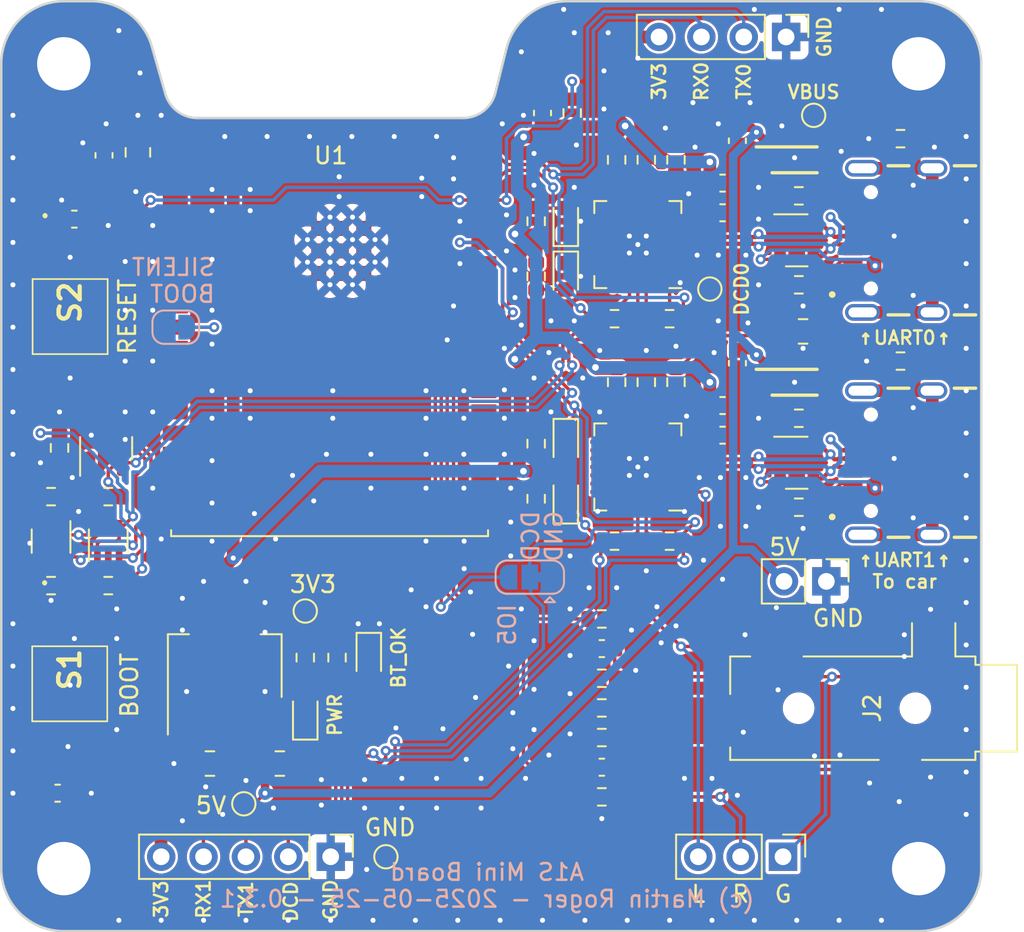
<source format=kicad_pcb>
(kicad_pcb (version 20241229) (generator "pcbnew") (generator_version "9.0")
  (title_block (title "A1S Mini Board") (date "2025-05-25") (rev "0.3.1") (company "Martin Roger"))
  (layers (0 "F.Cu" signal "Top") (2 "B.Cu" signal "Bottom") (13 "F.Paste" user) (15 "B.Paste" user) (5 "F.SilkS" user "F.Silkscreen") (7 "B.SilkS" user "B.Silkscreen") (1 "F.Mask" user) (3 "B.Mask" user) (25 "Edge.Cuts" user))
  (net 0 "")
  (net 1 "HPOUTL")
  (net 2 "Net-(C5-Pad1)")
  (net 3 "HPOUTR")
  (net 4 "EN")
  (net 5 "RXD1")
  (net 6 "Net-(D1-A)")
  (net 7 "TXD1")
  (net 8 "Net-(D2-A)")
  (net 9 "RXD0")
  (net 10 "TXD0")
  (net 11 "Net-(D5-A)")
  (net 12 "IO18")
  (net 13 "Net-(D6-A)")
  (net 14 "VBUS")
  (net 15 "/CP2102N_0/D-")
  (net 16 "GND")
  (net 17 "/CP2102_1/D+")
  (net 18 "/CP2102N_0/D+")
  (net 19 "/CP2102_1/D-")
  (net 20 "/CP2102N_0/DCD")
  (net 21 "Net-(Q3-B)")
  (net 22 "RTS0")
  (net 23 "DTR0")
  (net 24 "Net-(JP2-A)")
  (net 25 "Net-(U3-VBUS)")
  (net 26 "Net-(U3-~{RST})")
  (net 27 "Net-(U3-TXD)")
  (net 28 "Net-(U3-RXD)")
  (net 29 "Net-(U4-VBUS)")
  (net 30 "Net-(U4-~{RST})")
  (net 31 "Net-(U4-TXD)")
  (net 32 "Net-(U4-RXD)")
  (net 33 "ROUT")
  (net 34 "AGND")
  (net 35 "LOUT")
  (net 36 "+3.3V")
  (net 37 "+5V")
  (net 38 "Net-(J5-SHELL_GND)")
  (net 41 "IO2")
  (net 43 "IO0")
  (net 61 "/CP2102_1/DCD")
  (net 64 "/CP2102N_0/RI")
  (net 73 "/CP2102N_0/DSR")
  (net 74 "Net-(D9-A)")
  (net 78 "/CP2102N_0/CTS")
  (net 80 "/CP2102_1/RI")
  (net 92 "/CP2102_1/CTS")
  (net 93 "/CP2102_1/RTS")
  (net 94 "/CP2102_1/DSR")
  (net 95 "/CP2102_1/DTR")
  (net 96 "Net-(J5-CC2)")
  (net 97 "Net-(J5-CC1)")
  (net 99 "Net-(J6-SHELL_GND)")
  (net 101 "Net-(J6-CC2)")
  (net 102 "Net-(J6-CC1)")
  (net 104 "IO5")
  (net 106 "Net-(Q6B-B2)")
  (net 107 "Net-(Q6A-B1)")
  (net 108 "Net-(Q4B-B2)")
  (net 109 "Net-(Q4A-B1)")
  (net 110 "Net-(D2-K)")
  (net 112 "Net-(D11-A)")
  (net 113 "Net-(D1-K)")
  (net 114 "Net-(C9-Pad2)")
  (net 115 "Net-(C4-Pad1)")
  (footprint "Capacitor_SMD:C_0603_1608Metric" (layer "F.Cu") (at 159.512 87.109 -90)
    (property "Reference" "C3" (hide yes))
    (property "Value" "0.1uF 50V" (hide yes))
  )
  (footprint "Resistor_SMD:R_0603_1608Metric" (layer "F.Cu") (at 159.131 96.901 -90)
    (property "Reference" "R1" (hide yes))
    (property "Value" "1K 1%" (hide yes))
  )
  (footprint "Capacitor_SMD:C_0603_1608Metric" (layer "F.Cu") (at 170.307 106.426 180)
    (property "Reference" "C14" (hide yes))
    (property "Value" "0.1uF 50V" (hide yes))
  )
  (footprint "DIY:TL3305BF260QG" (layer "F.Cu") (at 131.191 99.314 -90)
    (property "Reference" "S2")
    (property "Value" "TL3305BF260QG" (hide yes))
  )
  (footprint "Capacitor_SMD:C_0805_2012Metric" (layer "F.Cu") (at 135.255 89.469 -90)
    (property "Reference" "C2" (hide yes))
    (property "Value" "22uF 10V" (hide yes))
  )
  (footprint "Resistor_SMD:R_0603_1608Metric" (layer "F.Cu") (at 167.513 89.916 -90)
    (property "Reference" "R15" (hide yes))
    (property "Value" "22.1K 1%" (hide yes))
  )
  (footprint "Resistor_SMD:R_0603_1608Metric" (layer "F.Cu") (at 165.735 89.916 90)
    (property "Reference" "R16" (hide yes))
    (property "Value" "47.5K 1%" (hide yes))
  )
  (footprint "Resistor_SMD:R_0603_1608Metric" (layer "F.Cu") (at 163.957 89.916 -90)
    (property "Reference" "R17" (hide yes))
    (property "Value" "2K 1%" (hide yes))
  )
  (footprint "MountingHole:MountingHole_3.2mm_M3_Pad_TopBottom" (layer "F.Cu") (at 130.812 132.409)
    (property "Reference" "H1" (hide yes))
    (property "Value" "MountingHole_Pad" (hide yes))
  )
  (footprint "Capacitor_SMD:C_0805_2012Metric" (layer "F.Cu") (at 143.764 126.111 180)
    (property "Reference" "C6" (hide yes))
    (property "Value" "22uF 10V" (hide yes))
  )
  (footprint "Package_DFN_QFN:QFN-28-1EP_5x5mm_P0.5mm_EP3.35x3.35mm" (layer "F.Cu") (at 165.227 94.996 180)
    (property "Reference" "U3" (hide yes))
    (property "Value" "CP2102N" (hide yes))
  )
  (footprint "Resistor_SMD:R_0603_1608Metric" (layer "F.Cu") (at 163.83 99.441 180)
    (property "Reference" "R19" (hide yes))
    (property "Value" "0R" (hide yes))
  )
  (footprint "Resistor_SMD:R_0603_1608Metric" (layer "F.Cu") (at 130.048 110.109 180)
    (property "Reference" "R33" (hide yes))
    (property "Value" "10K 1%" (hide yes))
  )
  (footprint "MountingHole:MountingHole_3.2mm_M3_Pad_TopBottom" (layer "F.Cu") (at 130.812 84.159)
    (property "Reference" "H2" (hide yes))
    (property "Value" "MountingHole_Pad" (hide yes))
  )
  (footprint "Package_TO_SOT_SMD:SOT-23" (layer "F.Cu") (at 133.35 107.188 90)
    (property "Reference" "Q3" (hide yes))
    (property "Value" "BC818" (hide yes))
  )
  (footprint "DIY:SOD3716X145N" (layer "F.Cu") (at 174.625 89.916)
    (property "Reference" "D10" (hide yes))
    (property "Value" "1N5819HW-7-F" (hide yes))
  )
  (footprint "MountingHole:MountingHole_3.2mm_M3_Pad_TopBottom" (layer "F.Cu") (at 182.062 84.159)
    (property "Reference" "H4" (hide yes))
    (property "Value" "MountingHole_Pad" (hide yes))
  )
  (footprint "Resistor_SMD:R_0603_1608Metric" (layer "F.Cu") (at 167.132 112.776)
    (property "Reference" "R26" (hide yes))
    (property "Value" "0R" (hide yes))
  )
  (footprint "Capacitor_SMD:C_0805_2012Metric" (layer "F.Cu") (at 175.133 100.203)
    (property "Reference" "C16" (hide yes))
    (property "Value" "22uF 10V" (hide yes))
  )
  (footprint "Capacitor_SMD:C_0805_2012Metric" (layer "F.Cu") (at 139.573 126.111)
    (property "Reference" "C7" (hide yes))
    (property "Value" "22uF 10V" (hide yes))
  )
  (footprint "Resistor_SMD:R_0603_1608Metric" (layer "F.Cu") (at 130.556 107.188 -90)
    (property "Reference" "R12" (hide yes))
    (property "Value" "10K 1%" (hide yes))
  )
  (footprint "Capacitor_SMD:C_0603_1608Metric" (layer "F.Cu") (at 171.196 88.773 90)
    (property "Reference" "C12" (hide yes))
    (property "Value" "10uF 10V" (hide yes))
  )
  (footprint "DIY:GCT_USB4105-GF-A" (layer "F.Cu") (at 182.88 94.742 90)
    (property "Reference" "J5" (hide yes))
    (property "Value" "USB4105-GF-A" (hide yes))
  )
  (footprint "Resistor_SMD:R_0603_1608Metric" (layer "F.Cu") (at 165.735 103.251 90)
    (property "Reference" "R24" (hide yes))
    (property "Value" "47.5K 1%" (hide yes))
  )
  (footprint "Package_TO_SOT_SMD:SOT-363_SC-70-6" (layer "F.Cu") (at 130.048 112.776 -90)
    (property "Reference" "Q4" (hide yes))
    (property "Value" "MBT3904DW1" (hide yes))
  )
  (footprint "Resistor_SMD:R_0603_1608Metric" (layer "F.Cu") (at 159.131 93.599 90)
    (property "Reference" "R2" (hide yes))
    (property "Value" "1K 1%" (hide yes))
  )
  (footprint "Resistor_SMD:R_0603_1608Metric" (layer "F.Cu") (at 167.132 99.441)
    (property "Reference" "R18" (hide yes))
    (property "Value" "0R" (hide yes))
  )
  (footprint "LED_SMD:LED_0603_1608Metric" (layer "F.Cu") (at 160.909 106.9341 -90)
    (property "Reference" "D9" (hide yes))
    (property "Value" "2.1V G 10mA" (hide yes))
  )
  (footprint "Connector_PinHeader_2.54mm:PinHeader_1x05_P2.54mm_Vertical" (layer "F.Cu") (at 146.812 131.699 -90)
    (property "Reference" "J1" (hide yes))
    (property "Value" "UART1")
  )
  (footprint "Capacitor_SMD:C_0603_1608Metric" (layer "F.Cu") (at 171.196 102.108 90)
    (property "Reference" "C15" (hide yes))
    (property "Value" "10uF 10V" (hide yes))
  )
  (footprint "TestPoint:TestPoint_Pad_D1.0mm" (layer "F.Cu") (at 141.605 128.524)
    (property "Reference" "5V1" (hide yes))
    (property "Value" "TestPoint_Small" (hide yes))
  )
  (footprint "TestPoint:TestPoint_Pad_D1.0mm" (layer "F.Cu") (at 150.124 131.699)
    (property "Reference" "GND1" (hide yes))
    (property "Value" "TestPoint_Small" (hide yes))
  )
  (footprint "Package_TO_SOT_SMD:SOT-223-3_TabPin2" (layer "F.Cu") (at 140.462 120.269 90)
    (property "Reference" "U2" (hide yes))
    (property "Value" "AZ1117CH-3.3TRG1" (hide yes))
  )
  (footprint "Resistor_SMD:R_0603_1608Metric" (layer "F.Cu") (at 163.83 112.776 180)
    (property "Reference" "R27" (hide yes))
    (property "Value" "0R" (hide yes))
  )
  (footprint "Resistor_SMD:R_0603_1608Metric" (layer "F.Cu") (at 163.068 117.441)
    (property "Reference" "R10" (hide yes))
    (property "Value" "0R" (hide yes))
  )
  (footprint "Resistor_SMD:R_0603_1608Metric" (layer "F.Cu") (at 133.477 115.443 180)
    (property "Reference" "R13" (hide yes))
    (property "Value" "10K 1%" (hide yes))
  )
  (footprint "Resistor_SMD:R_0603_1608Metric" (layer "F.Cu") (at 159.131 110.236 -90)
    (property "Reference" "R35" (hide yes))
    (property "Value" "1K 1%" (hide yes))
  )
  (footprint "Resistor_SMD:R_0603_1608Metric" (layer "F.Cu") (at 174.879 97.409)
    (property "Reference" "R20" (hide yes))
    (property "Value" "5.1K 1%" (hide yes))
  )
  (footprint "Resistor_SMD:R_0603_1608Metric" (layer "F.Cu") (at 159.131 106.9341 90)
    (property "Reference" "R34" (hide yes))
    (property "Value" "1K 1%" (hide yes))
  )
  (footprint "Resistor_SMD:R_0603_1608Metric" (layer "F.Cu") (at 161.29 87.109 90)
    (property "Reference" "R7" (hide yes))
    (property "Value" "10K 1%" (hide yes))
  )
  (footprint "Resistor_SMD:R_0603_1608Metric" (layer "F.Cu") (at 180.975 101.981 180)
    (property "Reference" "R29" (hide yes))
    (property "Value" "0R" (hide yes))
  )
  (footprint "MountingHole:MountingHole_3.2mm_M3_Pad_TopBottom" (layer "F.Cu") (at 182.062 132.409)
    (property "Reference" "H3" (hide yes))
    (property "Value" "MountingHole_Pad" (hide yes))
  )
  (footprint "TestPoint:TestPoint_Pad_D1.0mm" (layer "F.Cu") (at 169.545 97.663)
    (property "Reference" "DCD1" (hide yes))
    (property "Value" "TestPoint_Small" (hide yes))
  )
  (footprint "Resistor_SMD:R_0603_1608Metric" (layer "F.Cu") (at 180.975 88.646 180)
    (property "Reference" "R21" (hide yes))
    (property "Value" "0R" (hide yes))
  )
  (footprint "Connector_PinHeader_2.54mm:PinHeader_1x03_P2.54mm_Vertical" (layer "F.Cu") (at 173.931 131.699 -90)
    (property "Reference" "J3" (hide yes))
    (property "Value" "Audio Out" (hide yes))
  )
  (footprint "Capacitor_SMD:C_0603_1608Metric" (layer "F.Cu") (at 170.307 91.313 180)
    (property "Reference" "C10" (hide yes))
    (property "Value" "10uF 10V" (hide yes))
  )
  (footprint "Package_TO_SOT_SMD:SOT-143" (layer "F.Cu") (at 174.752 94.742)
    (property "Reference" "D7" (hide yes))
    (property "Value" "SP0503BAHTG" (hide yes))
  )
  (footprint "Resistor_SMD:R_0603_1608Metric" (layer "F.Cu") (at 163.957 103.251 -90)
    (property "Reference" "R25" (hide yes))
    (property "Value" "2K 1%" (hide yes))
  )
  (footprint "Package_DFN_QFN:QFN-28-1EP_5x5mm_P0.5mm_EP3.35x3.35mm" (layer "F.Cu") (at 165.227 108.331 180)
    (property "Reference" "U4" (hide yes))
    (property "Value" "CP2102-GM" (hide yes))
  )
  (footprint "DIY:SOD3716X145N" (layer "F.Cu") (at 174.625 103.251)
    (property "Reference" "D14" (hide yes))
    (property "Value" "1N5819HW-7-F" (hide yes))
  )
  (footprint "DIY:GCT_USB4105-GF-A" (layer "F.Cu") (at 182.88 108.077 90)
    (property "Reference" "J6" (hide yes))
    (property "Value" "USB4105-GF-A" (hide yes))
  )
  (footprint "Capacitor_SMD:C_0603_1608Metric" (layer "F.Cu") (at 130.442 127.889 180)
    (property "Reference" "C9" (hide yes))
    (property "Value" "0.1uF 50V" (hide yes))
  )
  (footprint "Connector_Audio:Jack_3.5mm_CUI_SJ-3524-SMT_Horizontal" (layer "F.Cu") (at 179.364 122.792 -90)
    (property "Reference" "J2")
    (property "Value" "SJ-3524-SMT-TR-PI")
  )
  (footprint "Package_TO_SOT_SMD:SOT-363_SC-70-6" (layer "F.Cu") (at 133.477 112.776 90)
    (property "Reference" "Q6" (hide yes))
    (property "Value" "MBT3904DW1" (hide yes))
  )
  (footprint "LED_SMD:LED_0603_1608Metric" (layer "F.Cu") (at 160.909 96.901 -90)
    (property "Reference" "D1" (hide yes))
    (property "Value" "2.1V G 10mA" (hide yes))
  )
  (footprint "Package_TO_SOT_SMD:SOT-143" (layer "F.Cu") (at 174.752 108.077)
    (property "Reference" "D8" (hide yes))
    (property "Value" "SP0503BAHTG" (hide yes))
  )
  (footprint "LED_SMD:LED_0603_1608Metric" (layer "F.Cu") (at 149.098 119.761 -90)
    (property "Reference" "D6" (hide yes))
    (property "Value" "2V R 10mA" (hide yes))
  )
  (footprint "Capacitor_SMD:C_0603_1608Metric" (layer "F.Cu") (at 133.223 89.649 -90)
    (property "Reference" "C1" (hide yes))
    (property "Value" "0.1uF 50V" (hide yes))
  )
  (footprint "Resistor_SMD:R_0603_1608Metric" (layer "F.Cu") (at 174.879 105.410001 180)
    (property "Reference" "R30" (hide yes))
    (property "Value" "5.1K 1%" (hide yes))
  )
  (footprint "Connector_PinHeader_2.54mm:PinHeader_1x02_P2.54mm_Vertical" (layer "F.Cu") (at 176.53 115.189 -90)
    (property "Reference" "J7" (hide yes))
    (property "Value" "5V")
  )
  (footprint "Resistor_SMD:R_0603_1608Metric" (layer "F.Cu") (at 147.193 119.761 -90)
    (property "Reference" "R6" (hide yes))
    (property "Value" "1K 1%" (hide yes))
  )
  (footprint "TestPoint:TestPoint_Pad_D1.0mm" (layer "F.Cu") (at 145.288 116.967)
    (property "Reference" "3V1" (hide yes))
    (property "Value" "TestPoint_Small" (hide yes))
  )
  (footprint "Capacitor_SMD:C_0603_1608Metric" (layer "F.Cu") (at 163.068 119.219 180)
    (property "Reference" "C4" (hide yes))
    (property "Value" "0.1uF 50V" (hide yes))
  )
  (footprint "Resistor_SMD:R_0603_1608Metric" (layer "F.Cu") (at 174.879 110.744)
    (property "Reference" "R28" (hide yes))
    (property "Value" "5.1K 1%" (hide yes))
  )
  (footprint "LED_SMD:LED_0603_1608Metric" (layer "F.Cu") (at 160.909 93.599 90)
    (property "Reference" "D2" (hide yes))
    (property "Value" "2.1V G 10mA" (hide yes))
  )
  (footprint "Capacitor_SMD:C_0603_1608Metric" (layer "F.Cu") (at 170.307 104.648 180)
    (property "Reference" "C13" (hide yes))
    (property "Value" "10uF 10V" (hide yes))
  )
  (footprint "Resistor_SMD:R_0603_1608Metric" (layer "F.Cu") (at 163.068 122.775 180)
    (property "Reference" "R31" (hide yes))
    (property "Value" "0R" (hide yes))
  )
  (footprint "Resistor_SMD:R_0603_1608Metric" (layer "F.Cu") (at 163.068 124.553 180)
    (property "Reference" "R9" (hide yes))
    (property "Value" "22R 1%" (hide yes))
  )
  (footprint "TestPoint:TestPoint_Pad_D1.0mm" (layer "F.Cu") (at 175.768 87.249)
    (property "Reference" "VBUS1" (hide yes))
    (property "Value" "TestPoint_Small" (hide yes))
  )
  (footprint "Resistor_SMD:R_0603_1608Metric" (layer "F.Cu") (at 167.513 103.251 -90)
    (property "Reference" "R23" (hide yes))
    (property "Value" "22.1K 1%" (hide yes))
  )
  (footprint "Capacitor_SMD:C_0603_1608Metric" (layer "F.Cu") (at 163.068 126.331 180)
    (property "Reference" "C5" (hide yes))
    (property "Value" "0.1uF 50V" (hide yes))
  )
  (footprint "Resistor_SMD:R_0603_1608Metric" (layer "F.Cu") (at 163.068 128.109)
    (property "Reference" "R11" (hide yes))
    (property "Value" "0R" (hide yes))
  )
  (footprint "DIY:TL3305BF260QG" (layer "F.Cu") (at 131.167 121.329 -90)
    (property "Reference" "S1")
    (property "Value" "TL3305BF260QG" (hide yes))
  )
  (footprint "Resistor_SMD:R_0603_1608Metric" (layer "F.Cu") (at 174.879 92.075001 180)
    (property "Reference" "R22" (hide yes))
    (property "Value" "5.1K 1%" (hide yes))
  )
  (footprint "Resistor_SMD:R_0603_1608Metric" (layer "F.Cu") (at 130.048 115.443 180)
    (property "Reference" "R32" (hide yes))
    (property "Value" "10K 1%" (hide yes))
  )
  (footprint "Resistor_SMD:R_0603_1608Metric" (layer "F.Cu") (at 163.068 120.997 180)
    (property "Reference" "R8" (hide yes))
    (property "Value" "22R 1%" (hide yes))
  )
  (footprint "Resistor_SMD:R_0603_1608Metric" (layer "F.Cu") (at 145.288 119.761 -90)
    (property "Reference" "R5" (hide yes))
    (property "Value" "1K 1%" (hide yes))
  )
  (footprint "Connector_PinHeader_2.54mm:PinHeader_1x04_P2.54mm_Vertical" (layer "F.Cu") (at 174.117 82.55 -90)
    (property "Reference" "J4" (hide yes))
    (property "Value" "UART0" (hide yes))
  )
  (footprint "LED_SMD:LED_0603_1608Metric" (layer "F.Cu") (at 160.909 110.2359 90)
    (property "Reference" "D11" (hide yes))
    (property "Value" "2.1V G 10mA" (hide yes))
  )
  (footprint "Resistor_SMD:R_0603_1608Metric" (layer "F.Cu") (at 133.477 110.109 180)
    (property "Reference" "R14" (hide yes))
    (property "Value" "10K 1%" (hide yes))
  )
  (footprint "Capacitor_SMD:C_0603_1608Metric" (layer "F.Cu") (at 170.307 93.091 180)
    (property "Reference" "C11" (hide yes))
    (property "Value" "0.1uF 50V" (hide yes))
  )
  (footprint "Capacitor_SMD:C_0603_1608Metric" (layer "F.Cu") (at 131.445 93.472)
    (property "Reference" "C8" (hide yes))
    (property "Value" "0.1uF 50V" (hide yes))
  )
  (footprint "DIY:ESP32-A1S" (layer "F.Cu") (at 137.247 112.477)
    (property "Reference" "U1")
    (property "Value" "ESP32 A1S")
  )
  (footprint "LED_SMD:LED_0603_1608Metric" (layer "F.Cu") (at 145.288 123.19 90)
    (property "Reference" "D5" (hide yes))
    (property "Value" "2.1V O 10mA" (hide yes))
  )
  (footprint "Jumper:SolderJumper-2_P1.3mm_Bridged_RoundedPad1.0x1.5mm" (layer "B.Cu") (at 137.526 99.949 180)
    (property "Reference" "JP2" (hide yes))
    (property "Value" "SolderJumper_2_Bridged")
  )
  (footprint "Jumper:SolderJumper-3_P1.3mm_Bridged12_RoundedPad1.0x1.5mm" (layer "B.Cu") (at 158.75 114.935 180)
    (property "Reference" "JP1" (hide yes))
    (property "Value" "SolderJumper_3_Bridged12")
  )
  (gr_arc (start 185.812 132.409) (mid 184.71365 135.06065) (end 182.062 136.159) (stroke (width 0.15)) (layer "Edge.Cuts"))
  (gr_line (start 182.062 136.159) (end 130.812 136.159) (stroke (width 0.15)) (layer "Edge.Cuts"))
  (gr_arc (start 182.062 80.409) (mid 184.71365 81.50735) (end 185.812 84.159) (stroke (width 0.15)) (layer "Edge.Cuts"))
  (gr_line (start 138.820603 87.409) (end 154.750447 87.409) (stroke (width 0.15)) (layer "Edge.Cuts"))
  (gr_line (start 156.690732 85.894071) (end 157.351877 83.249491) (stroke (width 0.15)) (layer "Edge.Cuts"))
  (gr_arc (start 130.812 136.159) (mid 128.16035 135.06065) (end 127.062 132.409) (stroke (width 0.15)) (layer "Edge.Cuts"))
  (gr_arc (start 127.062 84.159) (mid 128.16035 81.50735) (end 130.812 80.409) (stroke (width 0.15)) (layer "Edge.Cuts"))
  (gr_line (start 136.089085 83.128796) (end 136.897555 85.958442) (stroke (width 0.15)) (layer "Edge.Cuts"))
  (gr_line (start 185.812 84.159) (end 185.812 132.409) (stroke (width 0.15)) (layer "Edge.Cuts"))
  (gr_line (start 130.812 80.409) (end 132.48337 80.409) (stroke (width 0.15)) (layer "Edge.Cuts"))
  (gr_arc (start 156.690732 85.894071) (mid 155.981271 86.985411) (end 154.750447 87.409) (stroke (width 0.15)) (layer "Edge.Cuts"))
  (gr_arc (start 132.48337 80.409) (mid 134.741603 81.165193) (end 136.089085 83.128796) (stroke (width 0.15)) (layer "Edge.Cuts"))
  (gr_arc (start 138.820603 87.409) (mid 137.61621 87.005698) (end 136.897555 85.958442) (stroke (width 0.15)) (layer "Edge.Cuts"))
  (gr_arc (start 157.351877 83.249491) (mid 158.682116 81.203229) (end 160.989912 80.409) (stroke (width 0.15)) (layer "Edge.Cuts"))
  (gr_line (start 160.989912 80.409) (end 182.062 80.409) (stroke (width 0.15)) (layer "Edge.Cuts"))
  (gr_line (start 127.062 132.409) (end 127.062 84.159) (stroke (width 0.15)) (layer "Edge.Cuts"))
  (gr_text "GND" (at 175.6156 117.983 0) (layer "F.SilkS") (effects (font (size 1 1)) (justify left bottom)))
  (gr_text "GND" (at 148.7524 130.5306 0) (layer "F.SilkS") (effects (font (size 1 1)) (justify left bottom)))
  (gr_text "L" (at 168.8592 133.9342 0) (layer "F.SilkS") (effects (font (size 1 1))))
  (gr_text "DCD" (at 144.4244 134.3914 90) (layer "F.SilkS") (effects (font (size 0.8 0.8))))
  (gr_text "↑UART1↑\nTo car" (at 181.229 114.554 0) (layer "F.SilkS") (effects (font (size 0.8 0.8))))
  (gr_text "5V" (at 173.0248 113.7158 0) (layer "F.SilkS") (effects (font (size 1 1)) (justify left bottom)))
  (gr_text "3V3" (at 136.652 134.239 90) (layer "F.SilkS") (effects (font (size 0.8 0.8))))
  (gr_text "5V" (at 138.6332 129.2098 0) (layer "F.SilkS") (effects (font (size 1 1)) (justify left bottom)))
  (gr_text "GND" (at 176.403 82.55 90) (layer "F.SilkS") (effects (font (size 0.8 0.8))))
  (gr_text "3V3" (at 166.497 85.217 90) (layer "F.SilkS") (effects (font (size 0.8 0.8))))
  (gr_text "VBUS" (at 175.768 85.852 0) (layer "F.SilkS") (effects (font (size 0.8 0.8))))
  (gr_text "RESET" (at 134.62 99.314 90) (layer "F.SilkS") (effects (font (size 1 1))))
  (gr_text "RX1" (at 139.192 134.239 90) (layer "F.SilkS") (effects (font (size 0.8 0.8))))
  (gr_text "RX0" (at 169.037 85.217 90) (layer "F.SilkS") (effects (font (size 0.8 0.8))))
  (gr_text "TX0" (at 171.577 85.217 90) (layer "F.SilkS") (effects (font (size 0.8 0.8))))
  (gr_text "3V3" (at 144.272 115.951 0) (layer "F.SilkS") (effects (font (size 1 1)) (justify left bottom)))
  (gr_text "BOOT" (at 134.747 121.412 90) (layer "F.SilkS") (effects (font (size 1 1))))
  (gr_text "↑UART0↑" (at 181.229 100.584 0) (layer "F.SilkS") (effects (font (size 0.8 0.8))))
  (gr_text "PWR" (at 147.066 123.19 90) (layer "F.SilkS") (effects (font (size 0.8 0.8))))
  (gr_text "GND" (at 146.812 134.2898 90) (layer "F.SilkS") (effects (font (size 0.8 0.8))))
  (gr_text "DCD0" (at 171.45 97.663 90) (layer "F.SilkS") (effects (font (size 0.8 0.8))))
  (gr_text "G" (at 173.9392 133.9342 0) (layer "F.SilkS") (effects (font (size 1 1))))
  (gr_text "TX1" (at 141.732 134.239 90) (layer "F.SilkS") (effects (font (size 0.8 0.8))))
  (gr_text "R" (at 171.3992 133.9342 0) (layer "F.SilkS") (effects (font (size 1 1))))
  (gr_text "BT_OK" (at 150.876 119.761 90) (layer "F.SilkS") (effects (font (size 0.8 0.8))))
  (gr_text "SILENT\nBOOT" (at 139.954 98.552 0) (layer "B.SilkS") (effects (font (size 1 1)) (justify left bottom mirror)))
  (gr_text "GND" (at 160.782 110.871 90) (layer "B.SilkS") (effects (font (size 1 1)) (justify left bottom mirror)))
  (gr_text "DCD" (at 159.385 110.871 90) (layer "B.SilkS") (effects (font (size 1 1)) (justify left bottom mirror)))
  (gr_text "${TITLE}\n(c) ${COMPANY} - ${ISSUE_DATE} - ${REVISION}" (at 156.1846 133.4262 0) (layer "B.SilkS") (effects (font (size 1 1)) (justify mirror)))
  (gr_text "IO5" (at 157.988 116.459 90) (layer "B.SilkS") (effects (font (size 1 1)) (justify left bottom mirror)))
  (segment (start 162.243 119.169) (end 162.293 119.219) (width 0.2032) (layer "F.Cu") (net 1))
  (segment (start 155.795 117.441) (end 154.178 115.824) (width 0.2032) (layer "F.Cu") (net 1))
  (segment (start 154.432 102.489) (end 155.995 102.489) (width 0.2032) (layer "F.Cu") (net 1))
  (segment (start 162.243 117.441) (end 155.795 117.441) (width 0.2032) (layer "F.Cu") (net 1))
  (segment (start 155.995 102.489) (end 155.997 102.487) (width 0.2032) (layer "F.Cu") (net 1))
  (segment (start 154.178 102.743) (end 154.432 102.489) (width 0.2032) (layer "F.Cu") (net 1))
  (segment (start 154.178 115.824) (end 154.178 102.743) (width 0.2032) (layer "F.Cu") (net 1))
  (segment (start 162.243 117.441) (end 162.243 119.169) (width 0.2032) (layer "F.Cu") (net 1))
  (segment (start 163.843 126.331) (end 163.843 124.603) (width 0.2032) (layer "F.Cu") (net 2))
  (segment (start 163.843 124.603) (end 163.893 124.553) (width 0.2032) (layer "F.Cu") (net 2))
  (segment (start 158.369 118.364) (end 157.8016 117.7966) (width 0.2032) (layer "F.Cu") (net 3))
  (segment (start 157.8016 117.7966) (end 155.647706 117.7966) (width 0.2032) (layer "F.Cu") (net 3))
  (segment (start 162.293 126.331) (end 162.293 128.059) (width 0.2032) (layer "F.Cu") (net 3))
  (segment (start 162.293 126.331) (end 158.843 126.331) (width 0.2032) (layer "F.Cu") (net 3))
  (segment (start 158.369 125.857) (end 158.369 118.364) (width 0.2032) (layer "F.Cu") (net 3))
  (segment (start 153.797 102.616) (end 155.194 101.219) (width 0.2032) (layer "F.Cu") (net 3))
  (segment (start 155.194 101.219) (end 155.995 101.219) (width 0.2032) (layer "F.Cu") (net 3))
  (segment (start 162.293 128.059) (end 162.243 128.109) (width 0.2032) (layer "F.Cu") (net 3))
  (segment (start 155.647706 117.7966) (end 153.797 115.945894) (width 0.2032) (layer "F.Cu") (net 3))
  (segment (start 153.797 115.945894) (end 153.797 102.616) (width 0.2032) (layer "F.Cu") (net 3))
  (segment (start 158.843 126.331) (end 158.369 125.857) (width 0.2032) (layer "F.Cu") (net 3))
  (segment (start 155.995 101.219) (end 155.997 101.217) (width 0.2032) (layer "F.Cu") (net 3))
  (segment (start 132.691 93.943) (end 132.691 95.714) (width 0.2032) (layer "F.Cu") (net 4))
  (segment (start 132.691 105.5915) (end 132.691 102.914) (width 0.2032) (layer "F.Cu") (net 4))
  (segment (start 132.22 93.472) (end 132.691 93.943) (width 0.2032) (layer "F.Cu") (net 4))
  (segment (start 136.017 92.388) (end 136.017 92.329) (width 0.2032) (layer "F.Cu") (net 4))
  (segment (start 161.29 85.217) (end 161.29 86.284) (width 0.2032) (layer "F.Cu") (net 4))
  (segment (start 132.691 95.714) (end 136.017 92.388) (width 0.2032) (layer "F.Cu") (net 4))
  (segment (start 133.35 106.2505) (end 132.691 105.5915) (width 0.2032) (layer "F.Cu") (net 4))
  (segment (start 132.691 95.714) (end 132.691 102.914) (width 0.2032) (layer "F.Cu") (net 4))
  (segment (start 154.5336 92.329) (end 157.353 92.329) (width 0.2032) (layer "F.Cu") (net 4))
  (via (at 161.29 85.217) (size 0.6) (drill 0.3) (layers "F.Cu" "B.Cu") (net 4))
  (via (at 157.353 92.329) (size 0.6) (drill 0.3) (layers "F.Cu" "B.Cu") (net 4))
  (via (at 154.5336 92.329) (size 0.6) (drill 0.3) (layers "F.Cu" "B.Cu") (net 4))
  (via (at 136.017 92.329) (size 0.6) (drill 0.3) (layers "F.Cu" "B.Cu") (net 4))
  (segment (start 143.383 92.329) (end 144.145 91.567) (width 0.2032) (layer "B.Cu") (net 4))
  (segment (start 144.145 91.567) (end 152.527 91.567) (width 0.2032) (layer "B.Cu") (net 4))
  (segment (start 161.29 85.217) (end 161.29 87.0585) (width 0.2032) (layer "B.Cu") (net 4))
  (segment (start 160.4645 87.884) (end 158.115 87.884) (width 0.2032) (layer "B.Cu") (net 4))
  (segment (start 161.29 87.0585) (end 160.4645 87.884) (width 0.2032) (layer "B.Cu") (net 4))
  (segment (start 152.527 91.567) (end 153.289 92.329) (width 0.2032) (layer "B.Cu") (net 4))
  (segment (start 158.115 87.884) (end 157.353 88.646) (width 0.2032) (layer "B.Cu") (net 4))
  (segment (start 136.017 92.329) (end 143.383 92.329) (width 0.2032) (layer "B.Cu") (net 4))
  (segment (start 157.353 88.646) (end 157.353 92.329) (width 0.2032) (layer "B.Cu") (net 4))
  (segment (start 153.289 92.329) (end 154.5336 92.329) (width 0.2032) (layer "B.Cu") (net 4))
  (segment (start 161.4424 105.283) (end 161.4424 104.6734) (width 0.2032) (layer "F.Cu") (net 5))
  (segment (start 141.737106 129.921) (end 139.7 129.921) (width 0.2032) (layer "F.Cu") (net 5))
  (segment (start 167.957 113.855) (end 168.021 113.919) (width 0.2032) (layer "F.Cu") (net 5))
  (segment (start 167.957 112.776) (end 167.957 112.332) (width 0.2032) (layer "F.Cu") (net 5))
  (segment (start 147.1168 128.5494) (end 146.304 129.3622) (width 0.2032) (layer "F.Cu") (net 5))
  (segment (start 160.909 105.8164) (end 161.4424 105.283) (width 0.2032) (layer "F.Cu") (net 5))
  (segment (start 147.1168 126.3142) (end 147.1168 128.5494) (width 0.2032) (layer "F.Cu") (net 5))
  (segment (start 157.1244 100.223294) (end 157.1244 96.4184) (width 0.2032) (layer "F.Cu") (net 5))
  (segment (start 149.219359 125.6538) (end 147.7772 125.6538) (width 0.2032) (layer "F.Cu") (net 5))
  (segment (start 160.909 106.1466) (end 160.909 105.8164) (width 0.2032) (layer "F.Cu") (net 5))
  (segment (start 139.182 130.439) (end 139.182 131.699) (width 0.2032) (layer "F.Cu") (net 5))
  (segment (start 147.7772 125.6538) (end 147.1168 126.3142) (width 0.2032) (layer "F.Cu") (net 5))
  (segment (start 142.295906 129.3622) (end 141.737106 129.921) (width 0.2032) (layer "F.Cu") (net 5))
  (segment (start 156.843 96.137) (end 155.997 96.137) (width 0.2032) (layer "F.Cu") (net 5))
  (segment (start 139.7 129.921) (end 139.182 130.439) (width 0.2032) (layer "F.Cu") (net 5))
  (segment (start 149.376699 125.49646) (end 149.219359 125.6538) (width 0.2032) (layer "F.Cu") (net 5))
  (segment (start 167.957 112.776) (end 167.957 113.855) (width 0.2032) (layer "F.Cu") (net 5))
  (segment (start 157.1244 96.4184) (end 156.843 96.137) (width 0.2032) (layer "F.Cu") (net 5))
  (segment (start 160.736 103.834894) (end 157.1244 100.223294) (width 0.2032) (layer "F.Cu") (net 5))
  (segment (start 161.268525 104.648) (end 160.736 104.115475) (width 0.2032) (layer "F.Cu") (net 5))
  (segment (start 146.304 129.3622) (end 142.295906 129.3622) (width 0.2032) (layer "F.Cu") (net 5))
  (segment (start 161.417 104.648) (end 161.268525 104.648) (width 0.2032) (layer "F.Cu") (net 5))
  (segment (start 167.957 112.332) (end 168.656 111.633) (width 0.2032) (layer "F.Cu") (net 5))
  (segment (start 161.4424 104.6734) (end 161.417 104.648) (width 0.2032) (layer "F.Cu") (net 5))
  (segment (start 160.736 104.115475) (end 160.736 103.834894) (width 0.2032) (layer "F.Cu") (net 5))
  (via (at 149.376699 125.49646) (size 0.6) (drill 0.3) (layers "F.Cu" "B.Cu") (net 5))
  (via (at 161.417 104.648) (size 0.6) (drill 0.3) (layers "F.Cu" "B.Cu") (net 5))
  (via (at 168.656 111.633) (size 0.6) (drill 0.3) (layers "F.Cu" "B.Cu") (net 5))
  (via (at 168.021 113.919) (size 0.6) (drill 0.3) (layers "F.Cu" "B.Cu") (net 5))
  (segment (start 149.376699 125.49646) (end 149.783239 125.903) (width 0.2032) (layer "B.Cu") (net 5))
  (segment (start 163.2966 116.479294) (end 163.2966 114.346875) (width 0.2032) (layer "B.Cu") (net 5))
  (segment (start 162.179 105.41) (end 161.417 104.648) (width 0.2032) (layer "B.Cu") (net 5))
  (segment (start 163.495 114) (end 163.576 113.919) (width 0.2032) (layer "B.Cu") (net 5))
  (segment (start 163.576 113.919) (end 168.021 113.919) (width 0.2032) (layer "B.Cu") (net 5))
  (segment (start 163.495 114.148475) (end 163.495 114) (width 0.2032) (layer "B.Cu") (net 5))
  (segment (start 149.783239 125.903) (end 150.343475 125.903) (width 0.2032) (layer "B.Cu") (net 5))
  (segment (start 150.541875 125.7046) (end 154.071294 125.7046) (width 0.2032) (layer "B.Cu") (net 5))
  (segment (start 162.687 111.633) (end 162.179 111.125) (width 0.2032) (layer "B.Cu") (net 5))
  (segment (start 154.071294 125.7046) (end 163.2966 116.479294) (width 0.2032) (layer "B.Cu") (net 5))
  (segment (start 162.179 111.125) (end 162.179 105.41) (width 0.2032) (layer "B.Cu") (net 5))
  (segment (start 150.343475 125.903) (end 150.541875 125.7046) (width 0.2032) (layer "B.Cu") (net 5))
  (segment (start 168.656 111.633) (end 162.687 111.633) (width 0.2032) (layer "B.Cu") (net 5))
  (segment (start 163.2966 114.346875) (end 163.495 114.148475) (width 0.2032) (layer "B.Cu") (net 5))
  (segment (start 160.909 97.6885) (end 159.1685 97.6885) (width 0.2032) (layer "F.Cu") (net 6))
  (segment (start 159.1685 97.6885) (end 159.131 97.726) (width 0.2032) (layer "F.Cu") (net 6))
  (segment (start 157.48 100.076) (end 157.48 99.314) (width 0.2032) (layer "F.Cu") (net 7))
  (segment (start 163.005 113.855) (end 162.941 113.919) (width 0.2032) (layer "F.Cu") (net 7))
  (segment (start 162.073617 111.802386) (end 162.073617 111.844617) (width 0.2032) (layer "F.Cu") (net 7))
  (segment (start 161.294631 111.0234) (end 162.073617 111.802386) (width 0.2032) (layer "F.Cu") (net 7))
  (segment (start 150.114 125.349) (end 150.114 125.7554) (width 0.2032) (layer "F.Cu") (net 7))
  (segment (start 162.073617 111.844617) (end 163.005 112.776) (width 0.2032) (layer "F.Cu") (net 7))
  (segment (start 163.005 112.776) (end 163.005 113.855) (width 0.2032) (layer "F.Cu") (net 7))
  (segment (start 149.81794 126.05146) (end 147.883848 126.05146) (width 0.2032) (layer "F.Cu") (net 7))
  (segment (start 147.4734 128.7008) (end 146.4564 129.7178) (width 0.2032) (layer "F.Cu") (net 7))
  (segment (start 160.909 111.0234) (end 161.294631 111.0234) (width 0.2032) (layer "F.Cu") (net 7))
  (segment (start 154.559 94.869) (end 155.995 94.869) (width 0.2032) (layer "F.Cu") (net 7))
  (segment (start 155.995 94.869) (end 155.997 94.867) (width 0.2032) (layer "F.Cu") (net 7))
  (segment (start 150.114 125.7554) (end 149.81794 126.05146) (width 0.2032) (layer "F.Cu") (net 7))
  (segment (start 147.883848 126.05146) (end 147.4734 126.461908) (width 0.2032) (layer "F.Cu") (net 7))
  (segment (start 146.4564 129.7178) (end 142.4432 129.7178) (width 0.2032) (layer "F.Cu") (net 7))
  (segment (start 157.48 99.314) (end 157.734 99.06) (width 0.2032) (layer "F.Cu") (net 7))
  (segment (start 142.4432 129.7178) (end 141.732 130.429) (width 0.2032) (layer "F.Cu") (net 7))
  (segment (start 147.4734 126.461908) (end 147.4734 128.7008) (width 0.2032) (layer "F.Cu") (net 7))
  (segment (start 161.29 103.886) (end 157.48 100.076) (width 0.2032) (layer "F.Cu") (net 7))
  (segment (start 141.732 130.429) (end 141.732 131.699) (width 0.2032) (layer "F.Cu") (net 7))
  (via (at 162.073617 111.802386) (size 0.6) (drill 0.3) (layers "F.Cu" "B.Cu") (net 7))
  (via (at 154.559 94.869) (size 0.6) (drill 0.3) (layers "F.Cu" "B.Cu") (net 7))
  (via (at 150.114 125.349) (size 0.6) (drill 0.3) (layers "F.Cu" "B.Cu") (net 7))
  (via (at 162.941 113.919) (size 0.6) (drill 0.3) (layers "F.Cu" "B.Cu") (net 7))
  (via (at 157.734 99.06) (size 0.6) (drill 0.3) (layers "F.Cu" "B.Cu") (net 7))
  (via (at 161.29 103.886) (size 0.6) (drill 0.3) (layers "F.Cu" "B.Cu") (net 7))
  (segment (start 157.734 99.06) (end 157.099 98.425) (width 0.2032) (layer "B.Cu") (net 7))
  (segment (start 161.468106 105.202) (end 161.187525 105.202) (width 0.2032) (layer "B.Cu") (net 7))
  (segment (start 160.863 104.877475) (end 160.863 104.313) (width 0.2032) (layer "B.Cu") (net 7))
  (segment (start 157.099 98.425) (end 157.099 96.393) (width 0.2032) (layer "B.Cu") (net 7))
  (segment (start 155.575 94.869) (end 154.559 94.869) (width 0.2032) (layer "B.Cu") (net 7))
  (segment (start 161.187525 105.202) (end 160.863 104.877475) (width 0.2032) (layer "B.Cu") (net 7))
  (segment (start 153.924 125.349) (end 150.114 125.349) (width 0.2032) (layer "B.Cu") (net 7))
  (segment (start 160.863 104.313) (end 161.29 103.886) (width 0.2032) (layer "B.Cu") (net 7))
  (segment (start 161.8234 105.557294) (end 161.468106 105.202) (width 0.2032) (layer "B.Cu") (net 7))
  (segment (start 161.8234 111.552169) (end 161.8234 105.557294) (width 0.2032) (layer "B.Cu") (net 7))
  (segment (start 162.073617 111.802386) (end 161.8234 111.552169) (width 0.2032) (layer "B.Cu") (net 7))
  (segment (start 157.099 96.393) (end 155.575 94.869) (width 0.2032) (layer "B.Cu") (net 7))
  (segment (start 162.941 116.332) (end 153.924 125.349) (width 0.2032) (layer "B.Cu") (net 7))
  (segment (start 162.941 113.919) (end 162.941 116.332) (width 0.2032) (layer "B.Cu") (net 7))
  (segment (start 159.1685 92.8115) (end 159.131 92.774) (width 0.2032) (layer "F.Cu") (net 8))
  (segment (start 160.909 92.8115) (end 159.1685 92.8115) (width 0.2032) (layer "F.Cu") (net 8))
  (segment (start 157.3784 90.1954) (end 156.972 89.789) (width 0.2032) (layer "F.Cu") (net 9))
  (segment (start 159.558168 90.1954) (end 157.3784 90.1954) (width 0.2032) (layer "F.Cu") (net 9))
  (segment (start 156.972 89.789) (end 155.999 89.789) (width 0.2032) (layer "F.Cu") (net 9))
  (segment (start 168.021 98.171) (end 167.957 98.235) (width 0.2032) (layer "F.Cu") (net 9))
  (segment (start 155.999 89.789) (end 155.997 89.787) (width 0.2032) (layer "F.Cu") (net 9))
  (segment (start 167.957 98.235) (end 167.957 99.441) (width 0.2032) (layer "F.Cu") (net 9))
  (segment (start 160.154831 90.792063) (end 159.558168 90.1954) (width 0.2032) (layer "F.Cu") (net 9))
  (via (at 160.154831 90.792063) (size 0.6) (drill 0.3) (layers "F.Cu" "B.Cu") (net 9))
  (via (at 168.021 98.171) (size 0.6) (drill 0.3) (layers "F.Cu" "B.Cu") (net 9))
  (segment (start 160.154831 90.792063) (end 160.701 91.338232) (width 0.2032) (layer "B.Cu") (net 9))
  (segment (start 162.56 90.17) (end 162.56 82.163894) (width 0.2032) (layer "B.Cu") (net 9))
  (segment (start 168.6306 81.3816) (end 169.037 81.788) (width 0.2032) (layer "B.Cu") (net 9))
  (segment (start 161.937937 90.792063) (end 162.56 90.17) (width 0.2032) (layer "B.Cu") (net 9))
  (segment (start 160.154831 90.792063) (end 161.937937 90.792063) (width 0.2032) (layer "B.Cu") (net 9))
  (segment (start 162.56 82.163894) (end 163.342294 81.3816) (width 0.2032) (layer "B.Cu") (net 9))
  (segment (start 160.5026 97.1296) (end 161.544 98.171) (width 0.2032) (layer "B.Cu") (net 9))
  (segment (start 169.037 81.788) (end 169.037 82.55) (width 0.2032) (layer "B.Cu") (net 9))
  (segment (start 161.544 98.171) (end 168.021 98.171) (width 0.2032) (layer "B.Cu") (net 9))
  (segment (start 160.701 91.796475) (end 160.5026 91.994875) (width 0.2032) (layer "B.Cu") (net 9))
  (segment (start 160.5026 91.994875) (end 160.5026 97.1296) (width 0.2032) (layer "B.Cu") (net 9))
  (segment (start 160.701 91.338232) (end 160.701 91.796475) (width 0.2032) (layer "B.Cu") (net 9))
  (segment (start 163.342294 81.3816) (end 168.6306 81.3816) (width 0.2032) (layer "B.Cu") (net 9))
  (segment (start 156.845 91.059) (end 155.999 91.059) (width 0.2032) (layer "F.Cu") (net 10))
  (segment (start 162.433 99.441) (end 163.005 99.441) (width 0.2032) (layer "F.Cu") (net 10))
  (segment (start 157.353 90.551) (end 156.845 91.059) (width 0.2032) (layer "F.Cu") (net 10))
  (segment (start 159.131 90.551) (end 157.353 90.551) (width 0.2032) (layer "F.Cu") (net 10))
  (segment (start 161.798 98.806) (end 162.433 99.441) (width 0.2032) (layer "F.Cu") (net 10))
  (segment (start 160.147 91.567) (end 159.131 90.551) (width 0.2032) (layer "F.Cu") (net 10))
  (segment (start 155.999 91.059) (end 155.997 91.057) (width 0.2032) (layer "F.Cu") (net 10))
  (via (at 160.147 91.567) (size 0.6) (drill 0.3) (layers "F.Cu" "B.Cu") (net 10))
  (via (at 161.798 98.806) (size 0.6) (drill 0.3) (layers "F.Cu" "B.Cu") (net 10))
  (segment (start 171.069 81.026) (end 171.577 81.534) (width 0.2032) (layer "B.Cu") (net 10))
  (segment (start 160.384306 90.238063) (end 160.582706 90.436463) (width 0.2032) (layer "B.Cu") (net 10))
  (segment (start 159.925356 90.238063) (end 160.384306 90.238063) (width 0.2032) (layer "B.Cu") (net 10))
  (segment (start 161.676106 98.806) (end 160.147 97.276894) (width 0.2032) (layer "B.Cu") (net 10))
  (segment (start 160.147 91.567) (end 160.146293 91.567) (width 0.2032) (layer "B.Cu") (net 10))
  (segment (start 163.195 81.026) (end 171.069 81.026) (width 0.2032) (layer "B.Cu") (net 10))
  (segment (start 160.146293 91.567) (end 159.600831 91.021538) (width 0.2032) (layer "B.Cu") (net 10))
  (segment (start 171.577 81.534) (end 171.577 82.55) (width 0.2032) (layer "B.Cu") (net 10))
  (segment (start 160.147 97.276894) (end 160.147 91.567) (width 0.2032) (layer "B.Cu") (net 10))
  (segment (start 162.2044 82.0166) (end 163.195 81.026) (width 0.2032) (layer "B.Cu") (net 10))
  (segment (start 161.790643 90.436463) (end 162.2044 90.022706) (width 0.2032) (layer "B.Cu") (net 10))
  (segment (start 161.798 98.806) (end 161.676106 98.806) (width 0.2032) (layer "B.Cu") (net 10))
  (segment (start 162.2044 90.022706) (end 162.2044 82.0166) (width 0.2032) (layer "B.Cu") (net 10))
  (segment (start 159.600831 90.562588) (end 159.925356 90.238063) (width 0.2032) (layer "B.Cu") (net 10))
  (segment (start 159.600831 91.021538) (end 159.600831 90.562588) (width 0.2032) (layer "B.Cu") (net 10))
  (segment (start 160.582706 90.436463) (end 161.790643 90.436463) (width 0.2032) (layer "B.Cu") (net 10))
  (segment (start 145.288 120.586) (end 145.288 122.4025) (width 0.2032) (layer "F.Cu") (net 11))
  (segment (start 155.2214 98.677) (end 154.813 99.0854) (width 0.2032) (layer "F.Cu") (net 12))
  (segment (start 149.098 117.475) (end 149.098 118.9735) (width 0.2032) (layer "F.Cu") (net 12))
  (segment (start 153.0838 102.320582) (end 153.0838 115.2672) (width 0.2032) (layer "F.Cu") (net 12))
  (segment (start 153.0838 115.2672) (end 151.765 116.586) (width 0.2032) (layer "F.Cu") (net 12))
  (segment (start 155.562 98.679) (end 155.995 98.679) (width 0.2032) (layer "F.Cu") (net 12))
  (segment (start 155.997 98.677) (end 155.2214 98.677) (width 0.2032) (layer "F.Cu") (net 12))
  (segment (start 154.813 99.0854) (end 154.813 99.825691) (width 0.2032) (layer "F.Cu") (net 12))
  (segment (start 155.995 98.679) (end 155.997 98.677) (width 0.2032) (layer "F.Cu") (net 12))
  (segment (start 154.4564 100.182291) (end 154.4564 100.947982) (width 0.2032) (layer "F.Cu") (net 12))
  (segment (start 151.765 116.586) (end 149.987 116.586) (width 0.2032) (layer "F.Cu") (net 12))
  (segment (start 154.4564 100.947982) (end 153.0838 102.320582) (width 0.2032) (layer "F.Cu") (net 12))
  (segment (start 149.987 116.586) (end 149.098 117.475) (width 0.2032) (layer "F.Cu") (net 12))
  (segment (start 154.813 99.825691) (end 154.4564 100.182291) (width 0.2032) (layer "F.Cu") (net 12))
  (segment (start 147.2305 120.5485) (end 147.193 120.586) (width 0.2032) (layer "F.Cu") (net 13))
  (segment (start 149.098 120.5485) (end 147.2305 120.5485) (width 0.2032) (layer "F.Cu") (net 13))
  (segment (start 176.403 97.911894) (end 176.403 99.883) (width 0.2032) (layer "F.Cu") (net 14))
  (segment (start 176.083 101.539) (end 176.083 100.203) (width 0.2032) (layer "F.Cu") (net 14))
  (segment (start 177.41522 92.342) (end 178.125 92.342) (width 0.508) (layer "F.Cu") (net 14))
  (segment (start 176.275 89.026) (end 175.768 88.519) (width 0.2032) (layer "F.Cu") (net 14))
  (segment (start 176.275 103.251) (end 176.911 103.887) (width 0.508) (layer "F.Cu") (net 14))
  (segment (start 176.275 89.916) (end 176.275 89.026) (width 0.2032) (layer "F.Cu") (net 14))
  (segment (start 173.559 109.22) (end 173.752 109.027) (width 0.2032) (layer "F.Cu") (net 14))
  (segment (start 176.275 89.916) (end 176.911 90.552) (width 0.508) (layer "F.Cu") (net 14))
  (segment (start 172.212 100.457) (end 169.672 100.457) (width 0.2032) (layer "F.Cu") (net 14))
  (segment (start 173.609 101.854) (end 172.212 100.457) (width 0.2032) (layer "F.Cu") (net 14))
  (segment (start 175.768 88.519) (end 175.768 87.249) (width 0.2032) (layer "F.Cu") (net 14))
  (segment (start 168.275 87.122) (end 167.513 87.884) (width 0.2032) (layer "F.Cu") (net 14))
  (segment (start 172.212 87.122) (end 168.275 87.122) (width 0.2032) (layer "F.Cu") (net 14))
  (segment (start 176.403 99.883) (end 176.083 100.203) (width 0.2032) (layer "F.Cu") (net 14))
  (segment (start 172.593 109.22) (end 173.559 109.22) (width 0.2032) (layer "F.Cu") (net 14))
  (segment (start 173.609 88.519) (end 172.212 87.122) (width 0.2032) (layer "F.Cu") (net 14))
  (segment (start 167.513 87.884) (end 167.513 89.091) (width 0.2032) (layer "F.Cu") (net 14))
  (segment (start 167.703 102.426) (end 167.513 102.426) (width 0.2032) (layer "F.Cu") (net 14))
  (segment (start 176.275 103.251) (end 176.275 102.361) (width 0.2032) (layer "F.Cu") (net 14))
  (segment (start 175.768 101.854) (end 176.083 101.539) (width 0.2032) (layer "F.Cu") (net 14))
  (segment (start 173.559 95.885) (end 173.752 95.692) (width 0.2032) (layer "F.Cu") (net 14))
  (segment (start 175.768 88.519) (end 173.609 88.519) (width 0.2032) (layer "F.Cu") (net 14))
  (segment (start 175.768 101.854) (end 173.609 101.854) (width 0.2032) (layer "F.Cu") (net 14))
  (segment (start 177.41522 105.677) (end 178.125 105.677) (width 0.508) (layer "F.Cu") (net 14))
  (segment (start 176.275 102.361) (end 175.768 101.854) (width 0.2032) (layer "F.Cu") (net 14))
  (segment (start 172.593 95.885) (end 173.559 95.885) (width 0.2032) (layer "F.Cu") (net 14))
  (segment (start 169.672 100.457) (end 167.703 102.426) (width 0.2032) (layer "F.Cu") (net 14))
  (segment (start 177.172894 97.142) (end 176.403 97.911894) (width 0.2032) (layer "F.Cu") (net 14))
  (segment (start 176.911 90.552) (end 176.911 91.83778) (width 0.508) (layer "F.Cu") (net 14))
  (segment (start 176.911 105.17278) (end 177.41522 105.677) (width 0.508) (layer "F.Cu") (net 14))
  (segment (start 176.911 103.887) (end 176.911 105.17278) (width 0.508) (layer "F.Cu") (net 14))
  (segment (start 176.911 91.83778) (end 177.41522 92.342) (width 0.508) (layer "F.Cu") (net 14))
  (segment (start 178.125 97.142) (end 177.172894 97.142) (width 0.2032) (layer "F.Cu") (net 14))
  (via (at 179.451 109.601) (size 0.6) (drill 0.3) (layers "F.Cu" "B.Cu") (net 14))
  (via (at 172.593 109.22) (size 0.6) (drill 0.3) (layers "F.Cu" "B.Cu") (net 14))
  (via (at 172.593 95.885) (size 0.6) (drill 0.3) (layers "F.Cu" "B.Cu") (net 14))
  (via (at 179.451 96.266) (size 0.6) (drill 0.3) (layers "F.Cu" "B.Cu") (net 14))
  (segment (start 176.080725 108.6652) (end 173.1478 108.6652) (width 0.2032) (layer "B.Cu") (net 14))
  (segment (start 176.080725 95.3302) (end 173.1478 95.3302) (width 0.2032) (layer "B.Cu") (net 14))
  (segment (start 179.07 95.885) (end 176.635525 95.885) (width 0.2032) (layer "B.Cu") (net 14))
  (segment (start 173.1478 108.6652) (end 172.593 109.22) (width 0.2032) (layer "B.Cu") (net 14))
  (segment (start 176.635525 109.22) (end 176.080725 108.6652) (width 0.2032) (layer "B.Cu") (net 14))
  (segment (start 179.451 109.601) (end 179.07 109.22) (width 0.2032) (layer "B.Cu") (net 14))
  (segment (start 179.451 96.266) (end 179.07 95.885) (width 0.2032) (layer "B.Cu") (net 14))
  (segment (start 179.07 109.22) (end 176.635525 109.22) (width 0.2032) (layer "B.Cu") (net 14))
  (segment (start 173.1478 95.3302) (end 172.593 95.885) (width 0.2032) (layer "B.Cu") (net 14))
  (segment (start 176.635525 95.885) (end 176.080725 95.3302) (width 0.2032) (layer "B.Cu") (net 14))
  (segment (start 178.947 94.492) (end 178.125 94.492) (width 0.254) (layer "F.Cu") (net 15))
  (segment (start 167.723799 94.542799) (end 172.293001 94.542799) (width 0.254) (layer "F.Cu") (net 15))
  (segment (start 178.125 94.492) (end 177.262499 94.492) (width 0.254) (layer "F.Cu") (net 15))
  (segment (start 172.293001 94.542799) (end 172.466 94.3698) (width 0.254) (layer "F.Cu") (net 15))
  (segment (start 178.954 95.492) (end 179.07 95.376) (width 0.254) (layer "F.Cu") (net 15))
  (segment (start 179.07 94.615) (end 178.947 94.492) (width 0.254) (layer "F.Cu") (net 15))
  (segment (start 176.784 94.234) (end 176.719001 94.234) (width 0.254) (layer "F.Cu") (net 15))
  (segment (start 177.215699 94.5388) (end 177.023801 94.5388) (width 0.254) (layer "F.Cu") (net 15))
  (segment (start 179.07 95.376) (end 179.07 94.615) (width 0.254) (layer "F.Cu") (net 15))
  (segment (start 178.125 95.492) (end 178.954 95.492) (width 0.254) (layer "F.Cu") (net 15))
  (segment (start 177.262499 94.492) (end 177.215699 94.5388) (width 0.254) (layer "F.Cu") (net 15))
  (segment (start 176.784 94.298999) (end 176.784 94.234) (width 0.254) (layer "F.Cu") (net 15))
  (segment (start 167.677 94.496) (end 167.723799 94.542799) (width 0.254) (layer "F.Cu") (net 15))
  (segment (start 177.023801 94.5388) (end 176.784 94.298999) (width 0.254) (layer "F.Cu") (net 15))
  (segment (start 176.719001 94.234) (end 176.277001 93.792) (width 0.254) (layer "F.Cu") (net 15))
  (segment (start 176.277001 93.792) (end 175.752 93.792) (width 0.254) (layer "F.Cu") (net 15))
  (via (at 176.784 94.234) (size 0.6) (drill 0.3) (layers "F.Cu" "B.Cu") (net 15))
  (via (at 172.466 94.3698) (size 0.6) (drill 0.3) (layers "F.Cu" "B.Cu") (net 15))
  (segment (start 176.4752 94.5428) (end 176.784 94.234) (width 0.254) (layer "B.Cu") (net 15))
  (segment (start 172.639 94.5428) (end 176.4752 94.5428) (width 0.254) (layer "B.Cu") (net 15))
  (segment (start 172.466 94.3698) (end 172.639 94.5428) (width 0.254) (layer "B.Cu") (net 15))
  (via (at 184.912 129.159) (size 0.6) (drill 0.3) (layers "F.Cu" "B.Cu") (net 16))
  (via (at 127.762 117.729) (size 0.6) (drill 0.3) (layers "F.Cu" "B.Cu") (net 16))
  (via (at 169.672 127) (size 0.6) (drill 0.3) (layers "F.Cu" "B.Cu") (net 16))
  (via (at 184.912 126.619) (size 0.6) (drill 0.3) (layers "F.Cu" "B.Cu") (net 16))
  (via (at 132.461 127.889) (size 0.6) (drill 0.3) (layers "F.Cu" "B.Cu") (net 16))
  (via (at 152.527 112.776) (size 0.6) (drill 0.3) (layers "F.Cu" "B.Cu") (net 16))
  (via (at 130.683 92.329) (size 0.6) (drill 0.3) (layers "F.Cu" "B.Cu") (net 16))
  (via (at 184.912 93.599) (size 0.6) (drill 0.3) (layers "F.Cu" "B.Cu") (net 16))
  (via (at 134.493 101.981) (size 0.6) (drill 0.3) (layers "F.Cu" "B.Cu") (net 16))
  (via (at 155.321 118.364) (size 0.6) (drill 0.3) (layers "F.Cu" "B.Cu") (net 16))
  (via (at 161.798 96.901) (size 0.6) (drill 0.3) (layers "F.Cu" "B.Cu") (net 16))
  (via (at 157.607 113.665) (size 0.6) (drill 0.3) (layers "F.Cu" "B.Cu") (net 16))
  (via (at 171.704 95.631) (size 0.6) (drill 0.3) (layers "F.Cu" "B.Cu") (net 16))
  (via (at 138.176 121.793) (size 0.6) (drill 0.3) (layers "F.Cu" "B.Cu") (net 16))
  (via (at 146.558 107.569) (size 0.6) (drill 0.3) (layers "F.Cu" "B.Cu") (net 16))
  (via (at 145.796 110.363) (size 0.6) (drill 0.3) (layers "F.Cu" "B.Cu") (net 16))
  (via (at 131.445 118.618) (size 0.6) (drill 0.3) (layers "F.Cu" "B.Cu") (net 16))
  (via (at 149.352 135.509) (size 0.6) (drill 0.3) (layers "F.Cu" "B.Cu") (net 16))
  (via (at 148.082 88.519) (size 0.6) (drill 0.3) (layers "F.Cu" "B.Cu") (net 16))
  (via (at 162.306 115.57) (size 0.6) (drill 0.3) (layers "F.Cu" "B.Cu") (net 16))
  (via (at 169.672 135.509) (size 0.6) (drill 0.3) (layers "F.Cu" "B.Cu") (net 16))
  (via (at 133.985 124.079) (size 0.6) (drill 0.3) (layers "F.Cu" "B.Cu") (net 16))
  (via (at 161.544 89.027) (size 0.6) (drill 0.3) (layers "F.Cu" "B.Cu") (net 16))
  (via (at 141.986 103.759) (size 0.6) (drill 0.3) (layers "F.Cu" "B.Cu") (net 16))
  (via (at 137.922 129.54) (size 0.6) (drill 0.3) (layers "F.Cu" "B.Cu") (net 16))
  (via (at 161.163 116.84) (size 0.6) (drill 0.3) (layers "F.Cu" "B.Cu") (net 16))
  (via (at 160.02 105.029) (size 0.6) (drill 0.3) (layers "F.Cu" "B.Cu") (net 16))
  (via (at 135.128 91.821) (size 0.6) (drill 0.3) (layers "F.Cu" "B.Cu") (net 16))
  (via (at 136.652 87.249) (size 0.6) (drill 0.3) (layers "F.Cu" "B.Cu") (net 16))
  (via (at 139.7 95.885) (size 0.6) (drill 0.3) (layers "F.Cu" "B.Cu") (net 16))
  (via (at 149.733 117.729) (size 0.6) (drill 0.3) (layers "F.Cu" "B.Cu") (net 16))
  (via (at 175.8188 125.6538) (size 0.6) (drill 0.3) (layers "F.Cu" "B.Cu") (net 16))
  (via (at 152.527 105.41) (size 0.6) (drill 0.3) (layers "F.Cu" "B.Cu") (net 16))
  (via (at 127.762 107.569) (size 0.6) (drill 0.3) (layers "F.Cu" "B.Cu") (net 16))
  (via (at 162.941 101.346) (size 0.6) (drill 0.3) (layers "F.Cu" "B.Cu") (net 16))
  (via (at 157.607 109.601) (size 0.6) (drill 0.3) (layers "F.Cu" "B.Cu") (net 16))
  (via (at 175.133 101.219) (size 0.6) (drill 0.3) (layers "F.Cu" "B.Cu") (net 16))
  (via (at 161.163 113.665) (size 0.6) (drill 0.3) (layers "F.Cu" "B.Cu") (net 16))
  (via (at 171.196 128.016) (size 0.6) (drill 0.3) (layers "F.Cu" "B.Cu") (net 16))
  (via (at 144.526 108.839) (size 0.6) (drill 0.3) (layers "F.Cu" "B.Cu") (net 16))
  (via (at 165.1 120.523) (size 0.6) (drill 0.3) (layers "F.Cu" "B.Cu") (net 16))
  (via (at 178.943 101.981) (size 0.6) (drill 0.3) (layers "F.Cu" "B.Cu") (net 16))
  (via (at 159.893 125.603) (size 0.6) (drill 0.3) (layers "F.Cu" "B.Cu") (net 16))
  (via (at 154.798318 109.599106) (size 0.6) (drill 0.3) (layers "F.Cu" "B.Cu") (net 16))
  (via (at 177.292 135.509) (size 0.6) (drill 0.3) (layers "F.Cu" "B.Cu") (net 16))
  (via (at 168.529 86.487) (size 0.6) (drill 0.3) (layers "F.Cu" "B.Cu") (net 16))
  (via (at 158.242 116.84) (size 0.6) (drill 0.3) (layers "F.Cu" "B.Cu") (net 16))
  (via (at 130.556 105.029) (size 0.6) (drill 0.3) (layers "F.Cu" "B.Cu") (net 16))
  (via (at 154.813 112.776) (size 0.6) (drill 0.3) (layers "F.Cu" "B.Cu") (net 16))
  (via (at 153.162 127) (size 0.6) (drill 0.3) (layers "F.Cu" "B.Cu") (net 16))
  (via (at 142.24 111.125) (size 0.6) (drill 0.3) (layers "F.Cu" "B.Cu") (net 16))
  (via (at 146.812 135.509) (size 0.6) (drill 0.3) (layers "F.Cu" "B.Cu") (net 16))
  (via (at 153.162 88.519) (size 0.6) (drill 0.3) (layers "F.Cu" "B.Cu") (net 16))
  (via (at 127.762 102.489) (size 0.6) (drill 0.3) (layers "F.Cu" "B.Cu") (net 16))
  (via (at 152.527 103.759) (size 0.6) (drill 0.3) (layers "F.Cu" "B.Cu") (net 16))
  (via (at 169.799 101.473) (size 0.6) (drill 0.3) (layers "F.Cu" "B.Cu") (net 16))
  (via (at 136.144 96.012) (size 0.6) (drill 0.3) (layers "F.Cu" "B.Cu") (net 16))
  (via (at 180.594 94.488) (size 0.6) (drill 0.3) (layers "F.Cu" "B.Cu") (net 16))
  (via (at 136.144 109.601) (size 0.6) (drill 0.3) (layers "F.Cu" "B.Cu") (net 16))
  (via (at 147.32 92.121) (size 0.6) (drill 0.3) (layers "F.Cu" "B.Cu") (net 16))
  (via (at 167.767 97.282) (size 0.6) (drill 0.3) (layers "F.Cu" "B.Cu") (net 16))
  (via (at 146.939 103.759) (size 0.6) (drill 0.3) (layers "F.Cu" "B.Cu") (net 16))
  (via (at 136.652 112.649) (size 0.6) (drill 0.3) (layers "F.Cu" "B.Cu") (net 16))
  (via (at 159.512 135.509) (size 0.6) (drill 0.3) (layers "F.Cu" "B.Cu") (net 16))
  (via (at 184.912 121.539) (size 0.6) (drill 0.3) (layers "F.Cu" "B.Cu") (net 16))
  (via (at 152.527 107.569) (size 0.6) (drill 0.3) (layers "F.Cu" "B.Cu") (net 16))
  (via (at 157.734 125.222) (size 0.6) (drill 0.3) (layers "F.Cu" "B.Cu") (net 16))
  (via (at 157.226 101.219) (size 0.6) (drill 0.3) (layers "F.Cu" "B.Cu") (net 16))
  (via (at 168.021 110.998) (size 0.6) (drill 0.3) (layers "F.Cu" "B.Cu") (net 16))
  (via (at 157.226 103.7082) (size 0.6) (drill 0.3) (layers "F.Cu" "B.Cu") (net 16))
  (via (at 155.194 115.824) (size 0.6) (drill 0.3) (layers "F.Cu" "B.Cu") (net 16))
  (via (at 184.912 91.059) (size 0.6) (drill 0.3) (layers "F.Cu" "B.Cu") (net 16))
  (via (at 154.94 125.857) (size 0.6) (drill 0.3) (layers "F.Cu" "B.Cu") (net 16))
  (via (at 165.735 114.554) (size 0.6) (drill 0.3) (layers "F.Cu" "B.Cu") (net 16))
  (via (at 127.762 92.329) (size 0.6) (drill 0.3) (layers "F.Cu" "B.Cu") (net 16))
  (via (at 139.7 110.49) (size 0.6) (drill 0.3) (layers "F.Cu" "B.Cu") (net 16))
  (via (at 139.7 98.933) (size 0.6) (drill 0.3) (layers "F.Cu" "B.Cu") (net 16))
  (via (at 166.624 118.872) (size 0.6) (drill 0.3) (layers "F.Cu" "B.Cu") (net 16))
  (via (at 184.912 108.839) (size 0.6) (drill 0.3) (layers "F.Cu" "B.Cu") (net 16))
  (via (at 168.656 89.154) (size 0.6) (drill 0.3) (layers "F.Cu" "B.Cu") (net 16))
  (via (at 161.417 82.296) (size 0.6) (drill 0.3) (layers "F.Cu" "B.Cu") (net 16))
  (via (at 154.794598 107.569) (size 0.6) (drill 0.3) (layers "F.Cu" "B.Cu") (net 16))
  (via (at 148.463 117.729) (size 0.6) (drill 0.3) (layers "F.Cu" "B.Cu") (net 16))
  (via (at 157.353 93.218) (size 0.6) (drill 0.3) (layers "F.Cu" "B.Cu") (net 16))
  (via (at 157.734 123.063) (size 0.6) (drill 0.3) (layers "F.Cu" "B.Cu") (net 16))
  (via (at 152.527 116.713) (size 0.6) (drill 0.3) (layers "F.Cu" "B.Cu") (net 16))
  (via (at 182.7784 116.8654) (size 0.6) (drill 0.3) (layers "F.Cu" "B.Cu") (net 16))
  (via (at 184.912 101.219) (size 0.6) (drill 0.3) (layers "F.Cu" "B.Cu") (net 16))
  (via (at 164.719 95.504) (size 0.6) (drill 0.3) (layers "F.Cu" "B.Cu") (net 16))
  (via (at 151.638 115.697) (size 0.6) (drill 0.3) (layers "F.Cu" "B.Cu") (net 16))
  (via (at 174.752 135.509) (size 0.6) (drill 0.3) (layers "F.Cu" "B.Cu") (net 16))
  (via (at 161.163 119.634) (size 0.6) (drill 0.3) (layers "F.Cu" "B.Cu") (net 16))
  (via (at 161.925 102.997) (size 0.6) (drill 0.3) (layers "F.Cu" "B.Cu") (net 16))
  (via (at 177.419 89.408) (size 0.6) (drill 0.3) (layers "F.Cu" "B.Cu") (net 16))
  (via (at 142.875 116.459) (size 0.6) (drill 0.3) (layers "F.Cu" "B.Cu") (net 16))
  (via (at 154.559 93.599) (size 0.6) (drill 0.3) (layers "F.Cu" "B.Cu") (net 16))
  (via (at 127.762 97.409) (size 0.6) (drill 0.3) (layers "F.Cu" "B.Cu") (net 16))
  (via (at 131.191 121.412) (size 0.6) (drill 0.3) (layers "F.Cu" "B.Cu") (net 16))
  (via (at 155.829 128.778) (size 0.6) (drill 0.3) (layers "F.Cu" "B.Cu") (net 16))
  (via (at 131.191 102.997) (size 0.6) (drill 0.3) (layers "F.Cu" "B.Cu") (net 16))
  (via (at 161.417 99.568) (size 0.6) (drill 0.3) (layers "F.Cu" "B.Cu") (net 16))
  (via (at 162.941 105.029) (size 0.6) (drill 0.3) (layers "F.Cu" "B.Cu") (net 16))
  (via (at 137.922 118.11) (size 0.6) (drill 0.3) (layers "F.Cu" "B.Cu") (net 16))
  (via (at 127.762 127.889) (size 0.6) (drill 0.3) (layers "F.Cu" "B.Cu") (net 16))
  (via (at 133.477 93.853) (size 0.6) (drill 0.3) (layers "F.Cu" "B.Cu") (net 16))
  (via (at 147.32 90.932) (size 0.6) (drill 0.3) (layers "F.Cu" "B.Cu") (net 16))
  (via (at 184.912 98.679) (size 0.6) (drill 0.3) (layers "F.Cu" "B.Cu") (net 16))
  (via (at 131.191 95.758) (size 0.6) (drill 0.3) (layers "F.Cu" "B.Cu") (net 16))
  (via (at 154.794598 103.759) (size 0.6) (drill 0.3) (layers "F.Cu" "B.Cu") (net 16))
  (via (at 171.5516 124.2314) (size 0.6) (drill 0.3) (layers "F.Cu" "B.Cu") (net 16))
  (via (at 141.986 91.694) (size 0.6) (drill 0.3) (layers "F.Cu" "B.Cu") (net 16))
  (via (at 166.37 116.713) (size 0.6) (drill 0.3) (layers "F.Cu" "B.Cu") (net 16))
  (via (at 183.007 89.154) (size 0.6) (drill 0.3) (layers "F.Cu" "B.Cu") (net 16))
  (via (at 134.493 105.029) (size 0.6) (drill 0.3) (layers "F.Cu" "B.Cu") (net 16))
  (via (at 166.878 88.011) (size 0.6) (drill 0.3) (layers "F.Cu" "B.Cu") (net 16))
  (via (at 133.985 118.618) (size 0.6) (drill 0.3) (layers "F.Cu" "B.Cu") (net 16))
  (via (at 159.004 124.079) (size 0.6) (drill 0.3) (layers "F.Cu" "B.Cu") (net 16))
  (via (at 146.939 105.41) (size 0.6) (drill 0.3) (layers "F.Cu" "B.Cu") (net 16))
  (via (at 170.307 115.062) (size 0.6) (drill 0.3) (layers "F.Cu" "B.Cu") (net 16))
  (via (at 184.912 106.299) (size 0.6) (drill 0.3) (layers "F.Cu" "B.Cu") (net 16))
  (via (at 157.48 120.269) (size 0.6) (drill 0.3) (layers "F.Cu" "B.Cu") (net 16))
  (via (at 154.178 89.789) (size 0.6) (drill 0.3) (layers "F.Cu" "B.Cu") (net 16))
  (via (at 139.192 115.189) (size 0.6) (drill 0.3) (layers "F.Cu" "B.Cu") (net 16))
  (via (at 180.8988 128.392002) (size 0.6) (drill 0.3) (layers "F.Cu" "B.Cu") (net 16))
  (via (at 131.699 110.998) (size 0.6) (drill 0.3) (layers "F.Cu" "B.Cu") (net 16))
  (via (at 179.1208 127.2794) (size 0.6) (drill 0.3) (layers "F.Cu" "B.Cu") (net 16))
  (via (at 171.958 86.487) (size 0.6) (drill 0.3) (layers "F.Cu" "B.Cu") (net 16))
  (via (at 159.004 89.535) (size 0.6) (drill 0.3) (layers "F.Cu" "B.Cu") (net 16))
  (via (at 163.449 82.296) (size 0.6) (drill 0.3) (layers "F.Cu" "B.Cu") (net 16))
  (via (at 168.91 108.966) (size 0.6) (drill 0.3) (layers "F.Cu" "B.Cu") (net 16))
  (via (at 156.972 135.509) (size 0.6) (drill 0.3) (layers "F.Cu" "B.Cu") (net 16))
  (via (at 153.797 100.711) (size 0.6) (drill 0.3) (layers "F.Cu" "B.Cu") (net 16))
  (via (at 179.832 80.899) (size 0.6) (drill 0.3) (layers "F.Cu" "B.Cu") (net 16))
  (via (at 154.813 114.427) (size 0.6) (drill 0.3) (layers "F.Cu" "B.Cu") (net 16))
  (via (at 164.846 118.11) (size 0.6) (drill 0.3) (layers "F.Cu" "B.Cu") (net 16))
  (via (at 151.0792 128.778) (size 0.6) (drill 0.3) (layers "F.Cu" "B.Cu") (net 16))
  (via (at 139.7 91.694) (size 0.6) (drill 0.3) (layers "F.Cu" "B.Cu") (net 16))
  (via (at 128.778 112.903) (size 0.6) (drill 0.3) (layers "F.Cu" "B.Cu") (net 16))
  (via (at 146.2532 128.6002) (size 0.6) (drill 0.3) (layers "F.Cu" "B.Cu") (net 16))
  (via (at 145.542 88.519) (size 0.6) (drill 0.3) (layers "F.Cu" "B.Cu") (net 16))
  (via (at 136.144 105.029) (size 0.6) (drill 0.3) (layers "F.Cu" "B.Cu") (net 16))
  (via (at 174.625 103.251) (size 0.6) (drill 0.3) (layers "F.Cu" "B.Cu") (net 16))
  (via (at 173.863 87.884) (size 0.6) (drill 0.3) (layers "F.Cu" "B.Cu") (net 16))
  (via (at 171.704 108.966) (size 0.6) (drill 0.3) (layers "F.Cu" "B.Cu") (net 16))
  (via (at 127.762 125.349) (size 0.6) (drill 0.3) (layers "F.Cu" "B.Cu") (net 16))
  (via (at 140.462 88.519) (size 0.6) (drill 0.3) (layers "F.Cu" "B.Cu") (net 16))
  (via (at 168.783 95.631) (size 0.6) (drill 0.3) (layers "F.Cu" "B.Cu") (net 16))
  (via (at 159.004 91.44) (size 0.6) (drill 0.3) (layers "F.Cu" "B.Cu") (net 16))
  (via (at 169.164 113.919) (size 0.6) (drill 0.3) (layers "F.Cu" "B.Cu") (net 16))
  (via (at 157.861 96.52) (size 0.6) (drill 0.3) (layers "F.Cu" "B.Cu") (net 16))
  (via (at 139.7 92.964) (size 0.6) (drill 0.3) (layers "F.Cu" "B.Cu") (net 16))
  (via (at 170.053 99.568) (size 0.6) (drill 0.3) (layers "F.Cu" "B.Cu") (net 16))
  (via (at 135.255 87.249) (size 0.6) (drill 0.3) (layers "F.Cu" "B.Cu") (net 16))
  (via (at 184.912 96.139) (size 0.6) (drill 0.3) (layers "F.Cu" "B.Cu") (net 16))
  (via (at 142.875 121.793) (size 0.6) (drill 0.3) (layers "F.Cu" "B.Cu") (net 16))
  (via (at 179.832 135.509) (size 0.6) (drill 0.3) (layers "F.Cu" "B.Cu") (net 16))
  (via (at 174.625 89.789) (size 0.6) (drill 0.3) (layers "F.Cu" "B.Cu") (net 16))
  (via (at 143.383 128.778) (size 0.6) (drill 0.3) (layers "F.Cu" "B.Cu") (net 16))
  (via (at 181.2036 119.6936) (size 0.6) (drill 0.3) (layers "F.Cu" "B.Cu") (net 16))
  (via (at 182.7784 126.9238) (size 0.6) (drill 0.3) (layers "F.Cu" "B.Cu") (net 16))
  (via (at 159.004 121.666) (size 0.6) (drill 0.3) (layers "F.Cu" "B.Cu") (net 16))
  (via (at 165.735 108.839) (size 0.6) (drill 0.3) (layers "F.Cu" "B.Cu") (net 16))
  (via (at 158.496 127) (size 0.6) (drill 0.3) (layers "F.Cu" "B.Cu") (net 16))
  (via (at 141.986 92.964) (size 0.6) (drill 0.3) (layers "F.Cu" "B.Cu") (net 16))
  (via (at 170.053 87.757) (size 0.6) (drill 0.3) (layers "F.Cu" "B.Cu") (net 16))
  (via (at 161.798 93.599) (size 0.6) (drill 0.3) (layers "F.Cu" "B.Cu") (net 16))
  (via (at 171.6532 118.3894) (size 0.6) (drill 0.3) (layers "F.Cu" "B.Cu") (net 16))
  (via (at 134.493 106.68) (size 0.6) (drill 0.3) (layers "F.Cu" "B.Cu") (net 16))
  (via (at 127.762 105.029) (size 0.6) (drill 0.3) (layers "F.Cu" "B.Cu") (net 16))
  (via (at 136.144 101.981) (size 0.6) (drill 0.3) (layers "F.Cu" "B.Cu") (net 16))
  (via (at 165.227 83.82) (size 0.6) (drill 0.3) (layers "F.Cu" "B.Cu") (net 16))
  (via (at 184.912 118.999) (size 0.6) (drill 0.3) (layers "F.Cu" "B.Cu") (net 16))
  (via (at 155.829 127) (size 0.6) (drill 0.3) (layers "F.Cu" "B.Cu") (net 16))
  (via (at 184.912 113.919) (size 0.6) (drill 0.3) (layers "F.Cu" "B.Cu") (net 16))
  (via (at 165.735 107.823) (size 0.6) (drill 0.3) (layers "F.Cu" "B.Cu") (net 16))
  (via (at 184.912 124.079) (size 0.6) (drill 0.3) (layers "F.Cu" "B.Cu") (net 16))
  (via (at 137.414 126.111) (size 0.6) (drill 0.3) (layers "F.Cu" "B.Cu") (net 16))
  (via (at 157.226 107.569) (size 0.6) (drill 0.3) (layers "F.Cu" "B.Cu") (net 16))
  (via (at 153.543 124.0282) (size 0.6) (drill 0.3) (layers "F.Cu" "B.Cu") (net 16))
  (via (at 129.413 108.077) (size 0.6) (drill 0.3) (layers "F.Cu" "B.Cu") (net 16))
  (via (at 153.162 128.778) (size 0.6) (drill 0.3) (layers "F.Cu" "B.Cu") (net 16))
  (via (at 127.762 94.869) (size 0.6) (drill 0.3) (layers "F.Cu" "B.Cu") (net 16))
  (via (at 155.4988 122.1486) (size 0.6) (drill 0.3) (layers "F.Cu" "B.Cu") (net 16))
  (via (at 141.732 115.189) (size 0.6) (drill 0.3) (layers "F.Cu" "B.Cu") (net 16))
  (via (at 165.735 101.346) (size 0.6) (drill 0.3) (layers "F.Cu" "B.Cu") (net 16))
  (via (at 161.163 121.92) (size 0.6) (drill 0.3) (layers "F.Cu" "B.Cu") (net 16))
  (via (at 167.513 101.092) (size 0.6) (drill 0.3) (layers "F.Cu" "B.Cu") (net 16))
  (via (at 181.737 91.44) (size 0.6) (drill 0.3) (layers "F.Cu" "B.Cu") (net 16))
  (via (at 175.133 112.014) (size 0.6) (drill 0.3) (layers "F.Cu" "B.Cu") (net 16))
  (via (at 149.225 107.569) (size 0.6) (drill 0.3) (layers "F.Cu" "B.Cu") (net 16))
  (via (at 139.192 135.509) (size 0.6) (drill 0.3) (layers "F.Cu" "B.Cu") (net 16))
  (via (at 168.148 105.283) (size 0.6) (drill 0.3) (layers "F.Cu" "B.Cu") (net 16))
  (via (at 150.622 88.519) (size 0.6) (drill 0.3) (layers "F.Cu" "B.Cu") (net 16))
  (via (at 157.226 105.41) (size 0.6) (drill 0.3) (layers "F.Cu" "B.Cu") (net 16))
  (via (at 181.737 98.044) (size 0.6) (drill 0.3) (layers "F.Cu" "B.Cu") (net 16))
  (via (at 160.782 80.899) (size 0.6) (drill 0.3) (layers "F.Cu" "B.Cu") (net 16))
  (via (at 177.3428 125.603) (size 0.6) (drill 0.3) (layers "F.Cu" "B.Cu") (net 16))
  (via (at 154.178 91.059) (size 0.6) (drill 0.3) (layers "F.Cu" "B.Cu") (net 16))
  (via (at 157.861 98.171) (size 0.6) (drill 0.3) (layers "F.Cu" "B.Cu") (net 16))
  (via (at 132.461 106.426) (size 0.6) (drill 0.3) (layers "F.Cu" "B.Cu") (net 16))
  (via (at 161.417 91.567) (size 0.6) (drill 0.3) (layers "F.Cu" "B.Cu") (net 16))
  (via (at 164.719 108.839) (size 0.6) (drill 0.3) (layers "F.Cu" "B.Cu") (net 16))
  (via (at 131.318 108.966) (size 0.6) (drill 0.3) (layers "F.Cu" "B.Cu") (net 16))
  (via (at 157.607 111.633) (size 0.6) (drill 0.3) (layers "F.Cu" "B.Cu") (net 16))
  (via (at 127.762 122.809) (size 0.6) (drill 0.3) (layers "F.Cu" "B.Cu") (net 16))
  (via (at 154.178 98.679) (size 0.6) (drill 0.3) (layers "F.Cu" "B.Cu") (net 16))
  (via (at 159.004 102.997) (size 0.6) (drill 0.3) (layers "F.Cu" "B.Cu") (net 16))
  (via (at 130.048 116.332) (size 0.6) (drill 0.3) (layers "F.Cu" "B.Cu") (net 16))
  (via (at 159.004 118.745) (size 0.6) (drill 0.3) (layers "F.Cu" "B.Cu") (net 16))
  (via (at 163.195 84.582) (size 0.6) (drill 0.3) (layers "F.Cu" "B.Cu") (net 16))
  (via (at 141.732 127.127) (size 0.6) (drill 0.3) (layers "F.Cu" "B.Cu") (net 16))
  (via (at 136.144 93.853) (size 0.6) (drill 0.3) (layers "F.Cu" "B.Cu") (net 16))
  (via (at 139.7 100.965) (size 0.6) (drill 0.3) (layers "F.Cu" "B.Cu") (net 16))
  (via (at 146.2532 127.0762) (size 0.6) (drill 0.3) (layers "F.Cu" "B.Cu") (net 16))
  (via (at 134.493 98.933) (size 0.6) (drill 0.3) (layers "F.Cu" "B.Cu") (net 16))
  (via (at 150.7236 123.9774) (size 0.6) (drill 0.3) (layers "F.Cu" "B.Cu") (net 16))
  (via (at 154.432 135.509) (size 0.6) (drill 0.3) (layers "F.Cu" "B.Cu") (net 16))
  (via (at 137.922 116.205) (size 0.6) (drill 0.3) (layers "F.Cu" "B.Cu") (net 16))
  (via (at 170.053 95.631) (size 0.6) (drill 0.3) (layers "F.Cu" "B.Cu") (net 16))
  (via (at 134.112 82.169) (size 0.6) (drill 0.3) (layers "F.Cu" "B.Cu") (net 16))
  (via (at 151.892 135.509) (size 0.6) (drill 0.3) (layers "F.Cu" "B.Cu") (net 16))
  (via (at 171.704 111.887) (size 0.6) (drill 0.3) (layers "F.Cu" "B.Cu") (net 16))
  (via (at 135.382 84.709) (size 0.6) (drill 0.3) (layers "F.Cu" "B.Cu") (net 16))
  (via (at 139.7 105.41) (size 0.6) (drill 0.3) (layers "F.Cu" "B.Cu") (net 16))
  (via (at 143.51 112.649) (size 0.6) (drill 0.3) (layers "F.Cu" "B.Cu") (net 16))
  (via (at 131.064 125.095) (size 0.6) (drill 0.3) (layers "F.Cu" "B.Cu") (net 16))
  (via (at 158.369 87.249) (size 0.6) (drill 0.3) (layers "F.Cu" "B.Cu") (net 16))
  (via (at 149.225 109.601) (size 0.6) (drill 0.3) (layers "F.Cu" "B.Cu") (net 16))
  (via (at 148.844 127.0762) (size 0.6) (drill 0.3) (layers "F.Cu" "B.Cu") (net 16))
  (via (at 175.133 98.679) (size 0.6) (drill 0.3) (layers "F.Cu" "B.Cu") (net 16))
  (via (at 165.227 94.996) (size 0.6) (drill 0.3) (layers "F.Cu" "B.Cu") (net 16))
  (via (at 143.002 88.519) (size 0.6) (drill 0.3) (layers "F.Cu" "B.Cu") (net 16))
  (via (at 148.844 128.778) (size 0.6) (drill 0.3) (layers "F.Cu" "B.Cu") (net 16))
  (via (at 161.163 124.333) (size 0.6) (drill 0.3) (layers "F.Cu" "B.Cu") (net 16))
  (via (at 159.893 101.473) (size 0.6) (drill 0.3) (layers "F.Cu" "B.Cu") (net 16))
  (via (at 157.353 95.377) (size 0.6) (drill 0.3) (layers "F.Cu" "B.Cu") (net 16))
  (via (at 158.242 99.822) (size 0.6) (drill 0.3) (layers "F.Cu" "B.Cu") (net 16))
  (via (at 167.513 117.856) (size 0.6) (drill 0.3) (layers "F.Cu" "B.Cu") (net 16))
  (via (at 163.068 129.413) (size 0.6) (drill 0.3) (layers "F.Cu" "B.Cu") (net 16))
  (via (at 139.7 112.776) (size 0.6) (drill 0.3) (layers "F.Cu" "B.Cu") (net 16))
  (via (at 173.6344 121.6914) (size 0.6) (drill 0.3) (layers "F.Cu" "B.Cu") (net 16))
  (via (at 141.732 135.509) (size 0.6) (drill 0.3) (layers "F.Cu" "B.Cu") (net 16))
  (via (at 180.594 107.823) (size 0.6) (drill 0.3) (layers "F.Cu" "B.Cu") (net 16))
  (via (at 170.18 108.966) (size 0.6) (drill 0.3) (layers "F.Cu" "B.Cu") (net 16))
  (via (at 172.466 105.41) (size 0.6) (drill 0.3) (layers "F.Cu" "B.Cu") (net 16))
  (via (at 181.737 104.775) (size 0.6) (drill 0.3) (layers "F.Cu" "B.Cu") (net 16))
  (via (at 170.18 111.887) (size 0.6) (drill 0.3) (layers "F.Cu" "B.Cu") (net 16))
  (via (at 184.912 116.459) (size 0.6) (drill 0.3) (layers "F.Cu" "B.Cu") (net 16))
  (via (at 134.493 96.012) (size 0.6) (drill 0.3) (layers "F.Cu" "B.Cu") (net 16))
  (via (at 184.912 103.759) (size 0.6) (drill 0.3) (layers "F.Cu" "B.Cu") (net 16))
  (via (at 162.052 135.509) (size 0.6) (drill 0.3) (layers "F.Cu" "B.Cu") (net 16))
  (via (at 181.2036 118.3894) (size 0.6) (drill 0.3) (layers "F.Cu" "B.Cu") (net 16))
  (via (at 133.35 87.757) (size 0.6) (drill 0.3) (layers "F.Cu" "B.Cu") (net 16))
  (via (at 151.0792 127) (size 0.6) (drill 0.3) (layers "F.Cu" "B.Cu") (net 16))
  (via (at 181.737 111.379) (size 0.6) (drill 0.3) (layers "F.Cu" "B.Cu") (net 16))
  (via (at 172.466 91.567) (size 0.6) (drill 0.3) (layers "F.Cu" "B.Cu") (net 16))
  (via (at 136.652 135.509) (size 0.6) (drill 0.3) (layers "F.Cu" "B.Cu") (net 16))
  (via (at 142.875 118.237) (size 0.6) (drill 0.3) (layers "F.Cu" "B.Cu") (net 16))
  (via (at 152.273 91.013) (size 0.6) (drill 0.3) (layers "F.Cu" "B.Cu") (net 16))
  (via (at 158.242 83.439) (size 0.6) (drill 0.3) (layers "F.Cu" "B.Cu") (net 16))
  (via (at 141.986 105.41) (size 0.6) (drill 0.3) (layers "F.Cu" "B.Cu") (net 16))
  (via (at 136.144 98.933) (size 0.6) (drill 0.3) (layers "F.Cu" "B.Cu") (net 16))
  (via (at 127.762 120.269) (size 0.6) (drill 0.3) (layers "F.Cu" "B.Cu") (net 16))
  (via (at 165.735 94.488) (size 0.6) (drill 0.3) (layers "F.Cu" "B.Cu") (net 16))
  (via (at 152.527 109.601) (size 0.6) (drill 0.3) (layers "F.Cu" "B.Cu") (net 16))
  (via (at 139.7 107.95) (size 0.6) (drill 0.3) (layers "F.Cu" "B.Cu") (net 16))
  (via (at 162.824384 110.987616) (size 0.6) (drill 0.3) (layers "F.Cu" "B.Cu") (net 16))
  (via (at 171.831 99.695) (size 0.6) (drill 0.3) (layers "F.Cu" "B.Cu") (net 16))
  (via (at 165.227 108.331) (size 0.6) (drill 0.3) (layers "F.Cu" "B.Cu") (net 16))
  (via (at 127.762 89.789) (size 0.6) (drill 0.3) (layers "F.Cu" "B.Cu") (net 16))
  (via (at 144.272 135.509) (size 0.6) (drill 0.3) (layers "F.Cu" "B.Cu") (net 16))
  (via (at 173.5328 116.7638) (size 0.6) (drill 0.3) (layers "F.Cu" "B.Cu") (net 16))
  (via (at 164.719 107.823) (size 0.6) (drill 0.3) (layers "F.Cu" "B.Cu") (net 16))
  (via (at 133.985 116.84) (size 0.6) (drill 0.3) (layers "F.Cu" "B.Cu") (net 16))
  (via (at 163.957 115.57) (size 0.6) (drill 0.3) (layers "F.Cu" "B.Cu") (net 16))
  (via (at 184.912 88.519) (size 0.6) (drill 0.3) (layers "F.Cu" "B.Cu") (net 16))
  (via (at 154.559 96.139) (size 0.6) (drill 0.3) (layers "F.Cu" "B.Cu") (net 16))
  (via (at 139.319 127.508) (size 0.6) (drill 0.3) (layers "F.Cu" "B.Cu") (net 16))
  (via (at 172.212 135.509) (size 0.6) (drill 0.3) (layers "F.Cu" "B.Cu") (net 16))
  (via (at 172.466 110.744) (size 0.6) (drill 0.3) (layers "F.Cu" "B.Cu") (net 16))
  (via (at 134.112 135.509) (size 0.6) (drill 0.3) (layers "F.Cu" "B.Cu") (net 16))
  (via (at 165.735 95.504) (size 0.6) (drill 0.3) (layers "F.Cu" "B.Cu") (net 16))
  (via (at 172.466 93.472) (size 0.6) (drill 0.3) (layers "F.Cu" "B.Cu") (net 16))
  (via (at 157.099 87.757) (size 0.6) (drill 0.3) (layers "F.Cu" "B.Cu") (net 16))
  (via (at 179.07 88.646) (size 0.6) (drill 0.3) (layers "F.Cu" "B.Cu") (net 16))
  (via (at 127.762 99.949) (size 0.6) (drill 0.3) (layers "F.Cu" "B.Cu") (net 16))
  (via (at 160.02 99.568) (size 0.6) (drill 0.3) (layers "F.Cu" "B.Cu") (net 16))
  (via (at 164.719 94.488) (size 0.6) (drill 0.3) (layers "F.Cu" "B.Cu") (net 16))
  (via (at 172.466 97.409) (size 0.6) (drill 0.3) (layers "F.Cu" "B.Cu") (net 16))
  (via (at 139.7 103.759) (size 0.6) (drill 0.3) (layers "F.Cu" "B.Cu") (net 16))
  (via (at 152.273 92.121) (size 0.6) (drill 0.3) (layers "F.Cu" "B.Cu") (net 16))
  (via (at 163.195 86.868) (size 0.6) (drill 0.3) (layers "F.Cu" "B.Cu") (net 16))
  (via (at 177.292 80.899) (size 0.6) (drill 0.3) (layers "F.Cu" "B.Cu") (net 16))
  (via (at 148.971 132.461) (size 0.6) (drill 0.3) (layers "F.Cu" "B.Cu") (net 16))
  (via (at 168.275 91.948) (size 0.6) (drill 0.3) (layers "F.Cu" "B.Cu") (net 16))
  (via (at 154.794598 105.41) (size 0.6) (drill 0.3) (layers "F.Cu" "B.Cu") (net 16))
  (via (at 140.335 129.159) (size 0.6) (drill 0.3) (layers "F.Cu" "B.Cu") (net 16))
  (via (at 164.592 135.509) (size 0.6) (drill 0.3) (layers "F.Cu" "B.Cu") (net 16))
  (via (at 131.953 88.9) (size 0.6) (drill 0.3) (layers "F.Cu" "B.Cu") (net 16))
  (via (at 167.132 135.509) (size 0.6) (drill 0.3) (layers "F.Cu" "B.Cu") (net 16))
  (via (at 184.912 111.379) (size 0.6) (drill 0.3) (layers "F.Cu" "B.Cu") (net 16))
  (via (at 168.021 127) (size 0.6) (drill 0.3) (layers "F.Cu" "B.Cu") (net 16))
  (via (at 172.212 80.899) (size 0.6) (drill 0.3) (layers "F.Cu" "B.Cu") (net 16))
  (via (at 127.762 87.249) (size 0.6) (drill 0.3) (layers "F.Cu" "B.Cu") (net 16))
  (segment (start 177.215699 108.2802) (end 177.023801 108.2802) (width 0.254) (layer "F.Cu") (net 17))
  (segment (start 176.277001 109.027) (end 175.752 109.027) (width 0.254) (layer "F.Cu") (net 17))
  (segment (start 167.723799 108.284201) (end 172.293001 108.284201) (width 0.254) (layer "F.Cu") (net 17))
  (segment (start 177.262499 108.327) (end 177.215699 108.2802) (width 0.254) (layer "F.Cu") (net 17))
  (segment (start 178.125 108.327) (end 177.262499 108.327) (width 0.254) (layer "F.Cu") (net 17))
  (segment (start 178.125 107.327) (end 177.431 107.327) (width 0.254) (layer "F.Cu") (net 17))
  (segment (start 167.677 108.331) (end 167.723799 108.284201) (width 0.254) (layer "F.Cu") (net 17))
  (segment (start 177.023801 108.2802) (end 176.784 108.520001) (width 0.254) (layer "F.Cu") (net 17))
  (segment (start 176.784 108.520001) (end 176.784 108.585) (width 0.254) (layer "F.Cu") (net 17))
  (segment (start 172.293001 108.284201) (end 172.466 108.4572) (width 0.254) (layer "F.Cu") (net 17))
  (segment (start 176.784 108.585) (end 176.719001 108.585) (width 0.254) (layer "F.Cu") (net 17))
  (segment (start 176.719001 108.585) (end 176.277001 109.027) (width 0.254) (layer "F.Cu") (net 17))
  (segment (start 177.431 107.327) (end 176.784 106.68) (width 0.254) (layer "F.Cu") (net 17))
  (via (at 172.466 108.4572) (size 0.6) (drill 0.3) (layers "F.Cu" "B.Cu") (net 17))
  (via (at 176.784 108.585) (size 0.6) (drill 0.3) (layers "F.Cu" "B.Cu") (net 17))
  (via (at 176.784 106.68) (size 0.6) (drill 0.3) (layers "F.Cu" "B.Cu") (net 17))
  (segment (start 177.3634 108.0056) (end 176.784 108.585) (width 0.254) (layer "B.Cu") (net 17))
  (segment (start 177.3634 107.2594) (end 177.3634 108.0056) (width 0.254) (layer "B.Cu") (net 17))
  (segment (start 176.4832 108.2842) (end 176.784 108.585) (width 0.254) (layer "B.Cu") (net 17))
  (segment (start 172.639 108.2842) (end 176.4832 108.2842) (width 0.254) (layer "B.Cu") (net 17))
  (segment (start 172.466 108.4572) (end 172.639 108.2842) (width 0.254) (layer "B.Cu") (net 17))
  (segment (start 176.784 106.68) (end 177.3634 107.2594) (width 0.254) (layer "B.Cu") (net 17))
  (segment (start 167.677 94.996) (end 167.723799 94.949201) (width 0.254) (layer "F.Cu") (net 18))
  (segment (start 177.431 93.992) (end 176.784 93.345) (width 0.254) (layer "F.Cu") (net 18))
  (segment (start 176.784 95.25) (end 176.719001 95.25) (width 0.254) (layer "F.Cu") (net 18))
  (segment (start 167.723799 94.949201) (end 172.293001 94.949201) (width 0.254) (layer "F.Cu") (net 18))
  (segment (start 178.125 94.992) (end 177.262499 94.992) (width 0.254) (layer "F.Cu") (net 18))
  (segment (start 172.293001 94.949201) (end 172.466 95.1222) (width 0.254) (layer "F.Cu") (net 18))
  (segment (start 176.784 95.185001) (end 176.784 95.25) (width 0.254) (layer "F.Cu") (net 18))
  (segment (start 176.277001 95.692) (end 175.752 95.692) (width 0.254) (layer "F.Cu") (net 18))
  (segment (start 178.125 93.992) (end 177.431 93.992) (width 0.254) (layer "F.Cu") (net 18))
  (segment (start 177.215699 94.9452) (end 177.023801 94.9452) (width 0.254) (layer "F.Cu") (net 18))
  (segment (start 177.262499 94.992) (end 177.215699 94.9452) (width 0.254) (layer "F.Cu") (net 18))
  (segment (start 176.719001 95.25) (end 176.277001 95.692) (width 0.254) (layer "F.Cu") (net 18))
  (segment (start 177.023801 94.9452) (end 176.784 95.185001) (width 0.254) (layer "F.Cu") (net 18))
  (via (at 176.784 95.25) (size 0.6) (drill 0.3) (layers "F.Cu" "B.Cu") (net 18))
  (via (at 176.784 93.345) (size 0.6) (drill 0.3) (layers "F.Cu" "B.Cu") (net 18))
  (via (at 172.466 95.1222) (size 0.6) (drill 0.3) (layers "F.Cu" "B.Cu") (net 18))
  (segment (start 172.639 94.9492) (end 176.4832 94.9492) (width 0.254) (layer "B.Cu") (net 18))
  (segment (start 177.3634 93.9244) (end 177.3634 94.6706) (width 0.254) (layer "B.Cu") (net 18))
  (segment (start 176.4832 94.9492) (end 176.784 95.25) (width 0.254) (layer "B.Cu") (net 18))
  (segment (start 172.466 95.1222) (end 172.639 94.9492) (width 0.254) (layer "B.Cu") (net 18))
  (segment (start 176.784 93.345) (end 177.3634 93.9244) (width 0.254) (layer "B.Cu") (net 18))
  (segment (start 177.3634 94.6706) (end 176.784 95.25) (width 0.254) (layer "B.Cu") (net 18))
  (segment (start 177.215699 107.8738) (end 177.023801 107.8738) (width 0.254) (layer "F.Cu") (net 19))
  (segment (start 178.125 107.827) (end 177.262499 107.827) (width 0.254) (layer "F.Cu") (net 19))
  (segment (start 176.784 107.633999) (end 176.784 107.569) (width 0.254) (layer "F.Cu") (net 19))
  (segment (start 178.947 107.827) (end 178.125 107.827) (width 0.254) (layer "F.Cu") (net 19))
  (segment (start 179.07 107.95) (end 178.947 107.827) (width 0.254) (layer "F.Cu") (net 19))
  (segment (start 176.784 107.569) (end 176.719001 107.569) (width 0.254) (layer "F.Cu") (net 19))
  (segment (start 167.723799 107.877799) (end 172.293001 107.877799) (width 0.254) (layer "F.Cu") (net 19))
  (segment (start 177.262499 107.827) (end 177.215699 107.8738) (width 0.254) (layer "F.Cu") (net 19))
  (segment (start 177.023801 107.8738) (end 176.784 107.633999) (width 0.254) (layer "F.Cu") (net 19))
  (segment (start 178.125 108.827) (end 178.954 108.827) (width 0.254) (layer "F.Cu") (net 19))
  (segment (start 179.07 108.711) (end 179.07 107.95) (width 0.254) (layer "F.Cu") (net 19))
  (segment (start 176.277001 107.127) (end 175.752 107.127) (width 0.254) (layer "F.Cu") (net 19))
  (segment (start 178.954 108.827) (end 179.07 108.711) (width 0.254) (layer "F.Cu") (net 19))
  (segment (start 167.677 107.831) (end 167.723799 107.877799) (width 0.254) (layer "F.Cu") (net 19))
  (segment (start 172.293001 107.877799) (end 172.466 107.7048) (width 0.254) (layer "F.Cu") (net 19))
  (segment (start 176.719001 107.569) (end 176.277001 107.127) (width 0.254) (layer "F.Cu") (net 19))
  (via (at 172.466 107.7048) (size 0.6) (drill 0.3) (layers "F.Cu" "B.Cu") (net 19))
  (via (at 176.784 107.569) (size 0.6) (drill 0.3) (layers "F.Cu" "B.Cu") (net 19))
  (segment (start 176.4752 107.8778) (end 176.784 107.569) (width 0.254) (layer "B.Cu") (net 19))
  (segment (start 172.466 107.7048) (end 172.639 107.8778) (width 0.254) (layer "B.Cu") (net 19))
  (segment (start 172.639 107.8778) (end 176.4752 107.8778) (width 0.254) (layer "B.Cu") (net 19))
  (segment (start 168.378 96.496) (end 169.545 97.663) (width 0.2032) (layer "F.Cu") (net 20))
  (segment (start 167.677 96.496) (end 168.378 96.496) (width 0.2032) (layer "F.Cu") (net 20))
  (segment (start 130.6685 108.1255) (end 130.556 108.013) (width 0.2032) (layer "F.Cu") (net 21))
  (segment (start 132.4 108.1255) (end 130.6685 108.1255) (width 0.2032) (layer "F.Cu") (net 21))
  (segment (start 163.83 100.33) (end 163.83 98.979399) (width 0.2032) (layer "F.Cu") (net 22))
  (segment (start 160.736 101.011) (end 161.417 100.33) (width 0.2032) (layer "F.Cu") (net 22))
  (segment (start 133.477 109.474) (end 133.477 109.22) (width 0.2032) (layer "F.Cu") (net 22))
  (segment (start 160.538097 102.235) (end 160.736 102.037097) (width 0.2032) (layer "F.Cu") (net 22))
  (segment (start 134.302 110.109) (end 134.112 110.109) (width 0.2032) (layer "F.Cu") (net 22))
  (segment (start 161.417 100.33) (end 163.83 100.33) (width 0.2032) (layer "F.Cu") (net 22))
  (segment (start 160.736 102.037097) (end 160.736 101.011) (width 0.2032) (layer "F.Cu") (net 22))
  (segment (start 133.477 109.22) (end 133.477 108.57625) (width 0.2032) (layer "F.Cu") (net 22))
  (segment (start 133.92775 108.1255) (end 134.3 108.1255) (width 0.2032) (layer "F.Cu") (net 22))
  (segment (start 133.477 108.57625) (end 133.92775 108.1255) (width 0.2032) (layer "F.Cu") (net 22))
  (segment (start 135.128 108.077) (end 134.3485 108.077) (width 0.2032) (layer "F.Cu") (net 22))
  (segment (start 134.112 110.109) (end 133.477 109.474) (width 0.2032) (layer "F.Cu") (net 22))
  (segment (start 164.727 98.082399) (end 164.727 97.446) (width 0.2032) (layer "F.Cu") (net 22))
  (segment (start 163.83 98.979399) (end 164.727 98.082399) (width 0.2032) (layer "F.Cu") (net 22))
  (segment (start 134.4935 115.443) (end 135.5095 114.427) (width 0.2032) (layer "F.Cu") (net 22))
  (segment (start 134.302 115.443) (end 134.4935 115.443) (width 0.2032) (layer "F.Cu") (net 22))
  (segment (start 134.3485 108.077) (end 134.3 108.1255) (width 0.2032) (layer "F.Cu") (net 22))
  (via (at 133.477 109.22) (size 0.6) (drill 0.3) (layers "F.Cu" "B.Cu") (net 22))
  (via (at 135.5095 114.427) (size 0.6) (drill 0.3) (layers "F.Cu" "B.Cu") (net 22))
  (via (at 135.128 108.077) (size 0.6) (drill 0.3) (layers "F.Cu" "B.Cu") (net 22))
  (via (at 160.538097 102.235) (size 0.6) (drill 0.3) (layers "F.Cu" "B.Cu") (net 22))
  (segment (start 160.655 102.748106) (end 159.009106 104.394) (width 0.2032) (layer "B.Cu") (net 22))
  (segment (start 134.239 111.379) (end 134.239 109.982) (width 0.2032) (layer "B.Cu") (net 22))
  (segment (start 138.811 104.394) (end 135.128 108.077) (width 0.2032) (layer "B.Cu") (net 22))
  (segment (start 160.655 102.351903) (end 160.655 102.748106) (width 0.2032) (layer "B.Cu") (net 22))
  (segment (start 134.239 109.982) (end 133.477 109.22) (width 0.2032) (layer "B.Cu") (net 22))
  (segment (start 160.538097 102.235) (end 160.655 102.351903) (width 0.2032) (layer "B.Cu") (net 22))
  (segment (start 135.5095 114.427) (end 135.5095 112.6495) (width 0.2032) (layer "B.Cu") (net 22))
  (segment (start 159.009106 104.394) (end 138.811 104.394) (width 0.2032) (layer "B.Cu") (net 22))
  (segment (start 135.5095 112.6495) (end 134.239 111.379) (width 0.2032) (layer "B.Cu") (net 22))
  (segment (start 134.427 111.826) (end 134.127 111.826) (width 0.2032) (layer "F.Cu") (net 23))
  (segment (start 132.827 113.726) (end 132.827 112.918) (width 0.2032) (layer "F.Cu") (net 23))
  (segment (start 134.96025 111.29275) (end 134.427 111.826) (width 0.2032) (layer "F.Cu") (net 23))
  (segment (start 132.969 112.776) (end 133.985 112.776) (width 0.2032) (layer "F.Cu") (net 23))
  (segment (start 164.332894 100.33) (end 166.878 100.33) (width 0.2032) (layer "F.Cu") (net 23))
  (segment (start 161.564294 100.6856) (end 163.977294 100.6856) (width 0.2032) (layer "F.Cu") (net 23))
  (segment (start 132.827 112.918) (end 132.969 112.776) (width 0.2032) (layer "F.Cu") (net 23))
  (segment (start 166.878 100.33) (end 167.132 100.076) (width 0.2032) (layer "F.Cu") (net 23))
  (segment (start 134.127 112.634) (end 134.127 111.826) (width 0.2032) (layer "F.Cu") (net 23))
  (segment (start 161.0916 101.158294) (end 161.564294 100.6856) (width 0.2032) (layer "F.Cu") (net 23))
  (segment (start 167.132 97.851) (end 166.727 97.446) (width 0.2032) (layer "F.Cu") (net 23))
  (segment (start 133.985 112.776) (end 134.127 112.634) (width 0.2032) (layer "F.Cu") (net 23))
  (segment (start 130.492 106.299) (end 130.556 106.363) (width 0.2032) (layer "F.Cu") (net 23))
  (segment (start 167.132 100.076) (end 167.132 97.851) (width 0.2032) (layer "F.Cu") (net 23))
  (segment (start 161.0916 102.0366) (end 161.0916 101.158294) (width 0.2032) (layer "F.Cu") (net 23))
  (segment (start 129.413 106.299) (end 130.492 106.299) (width 0.2032) (layer "F.Cu") (net 23))
  (segment (start 163.977294 100.6856) (end 164.332894 100.33) (width 0.2032) (layer "F.Cu") (net 23))
  (segment (start 161.29 102.235) (end 161.0916 102.0366) (width 0.2032) (layer "F.Cu") (net 23))
  (via (at 129.413 106.299) (size 0.6) (drill 0.3) (layers "F.Cu" "B.Cu") (net 23))
  (via (at 134.96025 111.29275) (size 0.6) (drill 0.3) (layers "F.Cu" "B.Cu") (net 23))
  (via (at 161.29 102.235) (size 0.6) (drill 0.3) (layers "F.Cu" "B.Cu") (net 23))
  (segment (start 135.357475 108.631) (end 134.96025 108.631) (width 0.2032) (layer "B.Cu") (net 23))
  (segment (start 159.1564 104.7496) (end 138.958294 104.7496) (width 0.2032) (layer "B.Cu") (net 23))
  (segment (start 161.29 102.235) (end 161.29 102.616) (width 0.2032) (layer "B.Cu") (net 23))
  (segment (start 134.5946 109.834706) (end 134.031 109.271106) (width 0.2032) (layer "B.Cu") (net 23))
  (segment (start 134.5946 110.9271) (end 134.5946 109.834706) (width 0.2032) (layer "B.Cu") (net 23))
  (segment (start 161.29 102.616) (end 159.1564 104.7496) (width 0.2032) (layer "B.Cu") (net 23))
  (segment (start 134.031 108.990525) (end 131.339475 106.299) (width 0.2032) (layer "B.Cu") (net 23))
  (segment (start 131.339475 106.299) (end 129.413 106.299) (width 0.2032) (layer "B.Cu") (net 23))
  (segment (start 135.682 108.306475) (end 135.357475 108.631) (width 0.2032) (layer "B.Cu") (net 23))
  (segment (start 135.682 108.025894) (end 135.682 108.306475) (width 0.2032) (layer "B.Cu") (net 23))
  (segment (start 134.96025 108.631) (end 134.96025 111.29275) (width 0.2032) (layer "B.Cu") (net 23))
  (segment (start 138.958294 104.7496) (end 135.682 108.025894) (width 0.2032) (layer "B.Cu") (net 23))
  (segment (start 134.96025 111.29275) (end 134.5946 110.9271) (width 0.2032) (layer "B.Cu") (net 23))
  (segment (start 134.031 109.271106) (end 134.031 108.990525) (width 0.2032) (layer "B.Cu") (net 23))
  (segment (start 137.499 99.949) (end 139.827 99.949) (width 0.2032) (layer "F.Cu") (net 24))
  (segment (start 137.497 99.947) (end 137.499 99.949) (width 0.2032) (layer "F.Cu") (net 24))
  (via (at 139.827 99.949) (size 0.6) (drill 0.3) (layers "F.Cu" "B.Cu") (net 24))
  (segment (start 139.827 99.949) (end 138.176 99.949) (width 0.2032) (layer "B.Cu") (net 24))
  (segment (start 166.727 91.972) (end 167.513 91.186) (width 0.2032) (layer "F.Cu") (net 25))
  (segment (start 166.727 92.546) (end 166.727 91.972) (width 0.2032) (layer "F.Cu") (net 25))
  (segment (start 167.513 91.186) (end 167.513 90.741) (width 0.2032) (layer "F.Cu") (net 25))
  (segment (start 167.513 90.741) (end 165.735 90.741) (width 0.2032) (layer "F.Cu") (net 25))
  (segment (start 165.989 91.694) (end 166.227 91.932) (width 0.2032) (layer "F.Cu") (net 26))
  (segment (start 164.338 91.694) (end 165.989 91.694) (width 0.2032) (layer "F.Cu") (net 26))
  (segment (start 163.957 90.741) (end 163.957 91.313) (width 0.2032) (layer "F.Cu") (net 26))
  (segment (start 166.227 91.932) (end 166.227 92.546) (width 0.2032) (layer "F.Cu") (net 26))
  (segment (start 163.957 91.313) (end 164.338 91.694) (width 0.2032) (layer "F.Cu") (net 26))
  (segment (start 165.727 97.446) (end 165.727 98.861) (width 0.2032) (layer "F.Cu") (net 27))
  (segment (start 165.727 98.861) (end 166.307 99.441) (width 0.2032) (layer "F.Cu") (net 27))
  (segment (start 165.227 97.446) (end 165.227 98.869) (width 0.2032) (layer "F.Cu") (net 28))
  (segment (start 165.227 98.869) (end 164.655 99.441) (width 0.2032) (layer "F.Cu") (net 28))
  (segment (start 166.727 105.307) (end 167.513 104.521) (width 0.2032) (layer "F.Cu") (net 29))
  (segment (start 167.513 104.521) (end 167.513 104.076) (width 0.2032) (layer "F.Cu") (net 29))
  (segment (start 167.513 104.076) (end 165.735 104.076) (width 0.2032) (layer "F.Cu") (net 29))
  (segment (start 166.727 105.881) (end 166.727 105.307) (width 0.2032) (layer "F.Cu") (net 29))
  (segment (start 163.957 104.076) (end 163.957 104.648) (width 0.2032) (layer "F.Cu") (net 30))
  (segment (start 165.989 105.029) (end 166.227 105.267) (width 0.2032) (layer "F.Cu") (net 30))
  (segment (start 163.957 104.648) (end 164.338 105.029) (width 0.2032) (layer "F.Cu") (net 30))
  (segment (start 164.338 105.029) (end 165.989 105.029) (width 0.2032) (layer "F.Cu") (net 30))
  (segment (start 166.227 105.267) (end 166.227 105.881) (width 0.2032) (layer "F.Cu") (net 30))
  (segment (start 165.727 112.196) (end 166.307 112.776) (width 0.2032) (layer "F.Cu") (net 31))
  (segment (start 165.727 110.781) (end 165.727 112.196) (width 0.2032) (layer "F.Cu") (net 31))
  (segment (start 165.227 110.781) (end 165.227 112.204) (width 0.2032) (layer "F.Cu") (net 32))
  (segment (start 165.227 112.204) (end 164.655 112.776) (width 0.2032) (layer "F.Cu") (net 32))
  (segment (start 163.893 128.109) (end 170.17 128.109) (width 0.2032) (layer "F.Cu") (net 33))
  (segment (start 170.17 128.109) (end 171.8124 126.4666) (width 0.2032) (layer "F.Cu") (net 33))
  (segment (start 180.9386 126.4666) (end 180.964 126.492) (width 0.2032) (layer "F.Cu") (net 33))
  (segment (start 171.8124 126.4666) (end 180.9386 126.4666) (width 0.2032) (layer "F.Cu") (net 33))
  (via (at 170.17 128.109) (size 0.6) (drill 0.3) (layers "F.Cu" "B.Cu") (net 33))
  (segment (start 171.391 131.699) (end 171.391 129.33) (width 0.2032) (layer "B.Cu") (net 33))
  (segment (start 171.391 129.33) (end 170.17 128.109) (width 0.2032) (layer "B.Cu") (net 33))
  (segment (start 165.183 122.047) (end 165.183 121.539) (width 0.2032) (layer "F.Cu") (net 34))
  (segment (start 164.455 122.775) (end 165.183 122.047) (width 0.2032) (layer "F.Cu") (net 34))
  (segment (start 165.818 120.904) (end 176.867 120.904) (width 0.2032) (layer "F.Cu") (net 34))
  (segment (start 163.893 122.775) (end 164.455 122.775) (width 0.2032) (layer "F.Cu") (net 34))
  (segment (start 180.34 119.092) (end 182.964 119.092) (width 0.2032) (layer "F.Cu") (net 34))
  (segment (start 165.183 121.539) (end 165.818 120.904) (width 0.2032) (layer "F.Cu") (net 34))
  (segment (start 176.867 120.904) (end 178.528 120.904) (width 0.2032) (layer "F.Cu") (net 34))
  (segment (start 178.528 120.904) (end 180.34 119.092) (width 0.2032) (layer "F.Cu") (net 34))
  (via (at 176.867 120.904) (size 0.6) (drill 0.3) (layers "F.Cu" "B.Cu") (net 34))
  (segment (start 176.4792 121.2918) (end 176.867 120.904) (width 0.2032) (layer "B.Cu") (net 34))
  (segment (start 173.931 131.699) (end 176.4792 129.1508) (width 0.2032) (layer "B.Cu") (net 34))
  (segment (start 176.4792 129.1508) (end 176.4792 121.2918) (width 0.2032) (layer "B.Cu") (net 34))
  (segment (start 166.165 117.441) (end 167.816 119.092) (width 0.2032) (layer "F.Cu") (net 35))
  (segment (start 163.893 117.441) (end 166.165 117.441) (width 0.2032) (layer "F.Cu") (net 35))
  (segment (start 167.816 119.092) (end 173.564 119.092) (width 0.2032) (layer "F.Cu") (net 35))
  (via (at 167.816 119.092) (size 0.6) (drill 0.3) (layers "F.Cu" "B.Cu") (net 35))
  (segment (start 168.851 120.127) (end 167.816 119.092) (width 0.2032) (layer "B.Cu") (net 35))
  (segment (start 168.851 131.699) (end 168.851 120.127) (width 0.2032) (layer "B.Cu") (net 35))
  (segment (start 169.545 90.043) (end 169.545 91.3) (width 0.762) (layer "F.Cu") (net 36))
  (segment (start 163.957 102.426) (end 162.751 102.426) (width 0.762) (layer "F.Cu") (net 36))
  (segment (start 157.845958 101.869042) (end 158.242 102.265084) (width 0.762) (layer "F.Cu") (net 36))
  (segment (start 145.288 118.936) (end 145.288 116.967) (width 0.2032) (layer "F.Cu") (net 36))
  (segment (start 140.462 114.3) (end 140.97 113.792) (width 0.762) (layer "F.Cu") (net 36))
  (segment (start 147.193 118.936) (end 145.288 118.936) (width 0.2032) (layer "F.Cu") (net 36))
  (segment (start 137.497 89.787) (end 137.495 89.789) (width 0.762) (layer "F.Cu") (net 36))
  (segment (start 136.652 89.789) (end 136.022 90.419) (width 0.762) (layer "F.Cu") (net 36))
  (segment (start 164.465 87.884) (end 164.084 87.503) (width 0.762) (layer "F.Cu") (net 36))
  (segment (start 142.709 117.119) (end 140.462 117.119) (width 0.2032) (layer "F.Cu") (net 36))
  (segment (start 140.97 90.932) (end 139.827 89.789) (width 0.762) (layer "F.Cu") (net 36))
  (segment (start 139.827 89.789) (end 137.499 89.789) (width 0.762) (layer "F.Cu") (net 36))
  (segment (start 169.545 103.251) (end 169.545 104.635) (width 0.762) (layer "F.Cu") (net 36))
  (segment (start 135.255 90.419) (end 133.228 90.419) (width 0.762) (layer "F.Cu") (net 36))
  (segment (start 164.846 82.55) (end 166.497 82.55) (width 0.762) (layer "F.Cu") (net 36))
  (segment (start 164.084 87.503) (end 164.084 83.312) (width 0.762) (layer "F.Cu") (net 36))
  (segment (start 161.24 87.884) (end 161.29 87.934) (width 0.762) (layer "F.Cu") (net 36))
  (segment (start 158.850155 88.545845) (end 159.512 87.884) (width 0.762) (layer "F.Cu") (net 36))
  (segment (start 164.465 87.884) (end 163.957 88.392) (width 0.762) (layer "F.Cu") (net 36))
  (segment (start 164.465 87.884) (end 164.415 87.934) (width 0.762) (layer "F.Cu") (net 36))
  (segment (start 137.414 128.397) (end 136.642 129.169) (width 0.762) (layer "F.Cu") (net 36))
  (segment (start 140.523 126.111) (end 140.523 127.574) (width 0.762) (layer "F.Cu") (net 36))
  (segment (start 157.924 94.424) (end 157.861 94.361) (width 0.762) (layer "F.Cu") (net 36))
  (segment (start 140.462 117.119) (end 140.462 114.3) (width 0.762) (layer "F.Cu") (net 36))
  (segment (start 137.495 89.789) (end 136.652 89.789) (width 0.762) (layer "F.Cu") (net 36))
  (segment (start 159.131 108.585) (end 158.369 108.585) (width 0.762) (layer "F.Cu") (net 36))
  (segment (start 159.512 87.884) (end 161.24 87.884) (width 0.762) (layer "F.Cu") (net 36))
  (segment (start 158.1696 105.55126) (end 158.1216 105.59926) (width 0.762) (layer "F.Cu") (net 36))
  (segment (start 158.242 102.57898) (end 158.1696 102.65138) (width 0.762) (layer "F.Cu") (net 36))
  (segment (start 137.499 89.789) (end 137.497 89.787) (width 0.762) (layer "F.Cu") (net 36))
  (segment (start 159.131 108.585) (end 159.131 107.759) (width 0.762) (layer "F.Cu") (net 36))
  (segment (start 158.377345 88.545845) (end 158.850155 88.545845) (width 0.762) (layer "F.Cu") (net 36))
  (segment (start 132.667 124.929) (end 132.667 117.729) (width 0.762) (layer "F.Cu") (net 36))
  (segment (start 136.022 90.419) (end 135.255 90.419) (width 0.762) (layer "F.Cu") (net 36))
  (segment (start 144.526 118.936) (end 142.709 117.119) (width 0.2032) (layer "F.Cu") (net 36))
  (segment (start 140.523 127.574) (end 139.7 128.397) (width 0.762) (layer "F.Cu") (net 36))
  (segment (start 158.1216 108.3376) (end 158.369 108.585) (width 0.762) (layer "F.Cu") (net 36))
  (segment (start 162.751 102.426) (end 162.687 102.362) (width 0.762) (layer "F.Cu") (net 36))
  (segment (start 169.545 104.635) (end 169.532 104.648) (width 0.762) (layer "F.Cu") (net 36))
  (segment (start 158.1696 102.65138) (end 158.1696 105.55126) (width 0.762) (layer "F.Cu") (net 36))
  (segment (start 159.131 96.076) (end 159.131 94.424) (width 0.762) (layer "F.Cu") (net 36))
  (segment (start 139.7 128.397) (end 137.414 128.397) (width 0.762) (layer "F.Cu") (net 36))
  (segment (start 163.957 88.392) (end 163.957 89.091) (width 0.762) (layer "F.Cu") (net 36))
  (segment (start 161.29 87.934) (end 162.8 87.934) (width 0.762) (layer "F.Cu") (net 36))
  (segment (start 164.084 83.312) (end 164.846 82.55) (width 0.762) (layer "F.Cu") (net 36))
  (segment (start 136.642 129.169) (end 136.642 131.699) (width 0.762) (layer "F.Cu") (net 36))
  (segment (start 169.545 91.3) (end 169.532 91.313) (width 0.762) (layer "F.Cu") (net 36))
  (segment (start 137.135 117.119) (end 136.525 117.729) (width 0.762) (layer "F.Cu") (net 36))
  (segment (start 140.462 117.119) (end 137.135 117.119) (width 0.762) (layer "F.Cu") (net 36))
  (segment (start 158.1216 105.59926) (end 158.1216 108.3376) (width 0.762) (layer "F.Cu") (net 36))
  (segment (start 158.242 102.265084) (end 158.242 102.57898) (width 0.762) (layer "F.Cu") (net 36))
  (segment (start 159.131 94.424) (end 157.924 94.424) (width 0.762) (layer "F.Cu") (net 36))
  (segment (start 159.131 109.411) (end 159.131 108.585) (width 0.762) (layer "F.Cu") (net 36))
  (segment (start 140.97 113.792) (end 140.97 90.932) (width 0.762) (layer "F.Cu") (net 36))
  (segment (start 133.228 90.419) (end 133.223 90.424) (width 0.762) (layer "F.Cu") (net 36))
  (segment (start 164.415 87.934) (end 162.8 87.934) (width 0.762) (layer "F.Cu") (net 36))
  (segment (start 136.525 117.729) (end 132.667 117.729) (width 0.762) (layer "F.Cu") (net 36))
  (segment (start 145.288 118.936) (end 144.526 118.936) (width 0.2032) (layer "F.Cu") (net 36))
  (via (at 158.377345 88.545845) (size 0.8) (drill 0.4) (layers "F.Cu" "B.Cu") (net 36))
  (via (at 140.97 113.792) (size 0.8) (drill 0.3) (layers "F.Cu" "B.Cu") (net 36))
  (via (at 169.545 90.043) (size 0.8) (drill 0.4) (layers "F.Cu" "B.Cu") (net 36))
  (via (at 158.369 108.585) (size 0.8) (drill 0.4) (layers "F.Cu" "B.Cu") (net 36))
  (via (at 157.861 94.361) (size 0.8) (drill 0.4) (layers "F.Cu" "B.Cu") (net 36))
  (via (at 162.687 102.362) (size 0.8) (drill 0.4) (layers "F.Cu" "B.Cu") (net 36))
  (via (at 169.545 103.251) (size 0.8) (drill 0.4) (layers "F.Cu" "B.Cu") (net 36))
  (via (at 157.845958 101.869042) (size 0.8) (drill 0.4) (layers "F.Cu" "B.Cu") (net 36))
  (via (at 164.465 87.884) (size 0.8) (drill 0.4) (layers "F.Cu" "B.Cu") (net 36))
  (segment (start 158.369 108.585) (end 146.177 108.585) (width 0.762) (layer "B.Cu") (net 36))
  (segment (start 146.177 108.585) (end 140.97 113.792) (width 0.762) (layer "B.Cu") (net 36))
  (segment (start 159.131 95.631) (end 157.861 94.361) (width 0.762) (layer "B.Cu") (net 36))
  (segment (start 157.845958 101.869042) (end 159.131 100.584) (width 0.762) (layer "B.Cu") (net 36))
  (segment (start 162.651398 102.362) (end 162.687 102.362) (width 0.762) (layer "B.Cu") (net 36))
  (segment (start 160.873398 100.584) (end 162.651398 102.362) (width 0.762) (layer "B.Cu") (net 36))
  (segment (start 159.131 100.584) (end 160.873398 100.584) (width 0.762) (layer "B.Cu") (net 36))
  (segment (start 159.131 100.584) (end 159.131 95.631) (width 0.762) (layer "B.Cu") (net 36))
  (segment (start 166.624 90.043) (end 169.545 90.043) (width 0.762) (layer "B.Cu") (net 36))
  (segment (start 157.9959 88.92729) (end 157.9959 91.793294) (width 0.762) (layer "B.Cu") (net 36))
  (segment (start 164.465 87.884) (end 166.624 90.043) (width 0.762) (layer "B.Cu") (net 36))
  (segment (start 157.9959 91.793294) (end 158.496 92.293394) (width 0.762) (layer "B.Cu") (net 36))
  (segment (start 158.377345 88.545845) (end 157.9959 88.92729) (width 0.762) (layer "B.Cu") (net 36))
  (segment (start 168.656 102.362) (end 169.545 103.251) (width 0.762) (layer "B.Cu") (net 36))
  (segment (start 162.687 102.362) (end 168.656 102.362) (width 0.762) (layer "B.Cu") (net 36))
  (segment (start 158.496 93.726) (end 157.861 94.361) (width 0.762) (layer "B.Cu") (net 36))
  (segment (start 158.496 92.293394) (end 158.496 93.726) (width 0.762) (layer "B.Cu") (net 36))
  (segment (start 172.072 101.333) (end 171.196 101.333) (width 0.508) (layer "F.Cu") (net 37))
  (segment (start 172.339 88.265) (end 172.072 87.998) (width 0.508) (layer "F.Cu") (net 37))
  (segment (start 172.339 101.6) (end 172.072 101.333) (width 0.508) (layer "F.Cu") (net 37))
  (segment (start 172.975 88.901) (end 172.975 89.916) (width 0.508) (layer "F.Cu") (net 37))
  (segment (start 172.339 101.6) (end 172.975 102.236) (width 0.508) (layer "F.Cu") (net 37))
  (segment (start 142.875 127.889) (end 142.875 126.172) (width 0.508) (layer "F.Cu") (net 37))
  (segment (start 172.975 102.236) (end 172.975 103.251) (width 0.508) (layer "F.Cu") (net 37))
  (segment (start 142.24 128.524) (end 142.875 127.889) (width 0.2032) (layer "F.Cu") (net 37))
  (segment (start 142.875 126.172) (end 142.814 126.111) (width 0.508) (layer "F.Cu") (net 37))
  (segment (start 172.339 88.265) (end 172.975 88.901) (width 0.508) (layer "F.Cu") (net 37))
  (segment (start 172.072 87.998) (end 171.196 87.998) (width 0.508) (layer "F.Cu") (net 37))
  (segment (start 142.814 123.471) (end 142.762 123.419) (width 0.508) (layer "F.Cu") (net 37))
  (segment (start 142.814 126.111) (end 142.814 123.471) (width 0.508) (layer "F.Cu") (net 37))
  (segment (start 141.605 128.524) (end 142.24 128.524) (width 0.2032) (layer "F.Cu") (net 37))
  (via (at 172.339 101.6) (size 0.8) (drill 0.3) (layers "F.Cu" "B.Cu") (net 37))
  (via (at 172.339 88.265) (size 0.8) (drill 0.3) (layers "F.Cu" "B.Cu") (net 37))
  (via (at 142.875 127.889) (size 0.8) (drill 0.3) (layers "F.Cu" "B.Cu") (net 37))
  (segment (start 170.942 113.284) (end 156.337 127.889) (width 0.508) (layer "B.Cu") (net 37))
  (segment (start 156.337 127.889) (end 142.875 127.889) (width 0.508) (layer "B.Cu") (net 37))
  (segment (start 170.942 100.203) (end 170.942 113.284) (width 0.508) (layer "B.Cu") (net 37))
  (segment (start 170.942 89.662) (end 170.942 100.203) (width 0.508) (layer "B.Cu") (net 37))
  (segment (start 172.085 113.284) (end 173.99 115.189) (width 0.508) (layer "B.Cu") (net 37))
  (segment (start 170.942 100.203) (end 171.196 100.457) (width 0.508) (layer "B.Cu") (net 37))
  (segment (start 171.196 100.457) (end 172.339 101.6) (width 0.508) (layer "B.Cu") (net 37))
  (segment (start 170.942 113.284) (end 172.085 113.284) (width 0.508) (layer "B.Cu") (net 37))
  (segment (start 172.339 88.265) (end 170.942 89.662) (width 0.508) (layer "B.Cu") (net 37))
  (segment (start 181.864 90.422) (end 181.8 90.358) (width 0.762) (layer "F.Cu") (net 38))
  (segment (start 182.88 99.062) (end 178.7 99.062) (width 0.762) (layer "F.Cu") (net 38))
  (segment (start 178.7 90.422) (end 182.88 90.422) (width 0.762) (layer "F.Cu") (net 38))
  (segment (start 182.88 90.422) (end 181.864 90.422) (width 0.762) (layer "F.Cu") (net 38))
  (segment (start 181.8 90.358) (end 181.8 88.646) (width 0.762) (layer "F.Cu") (net 38))
  (segment (start 182.88 90.422) (end 182.88 99.062) (width 0.762) (layer "F.Cu") (net 38))
  (segment (start 134.987572 113.781903) (end 135.184475 113.585) (width 0.2032) (layer "F.Cu") (net 41))
  (segment (start 134.956 113.781903) (end 134.987572 113.781903) (width 0.2032) (layer "F.Cu") (net 41))
  (segment (start 135.4846 110.529317) (end 135.4846 109.008183) (width 0.2032) (layer "F.Cu") (net 41))
  (segment (start 135.509 112.798111) (end 135.509 112.031784) (width 0.2032) (layer "F.Cu") (net 41))
  (segment (start 135.4846 101.6244) (end 135.89 101.219) (width 0.2032) (layer "F.Cu") (net 41))
  (segment (start 134.900097 113.726) (end 134.127 113.726) (width 0.2032) (layer "F.Cu") (net 41))
  (segment (start 135.511 113.259889) (end 135.511 112.800111) (width 0.2032) (layer "F.Cu") (net 41))
  (segment (start 131.633 113.726) (end 130.698 113.726) (width 0.2032) (layer "F.Cu") (net 41))
  (segment (start 134.956 113.781903) (end 134.900097 113.726) (width 0.2032) (layer "F.Cu") (net 41))
  (segment (start 135.185889 113.585) (end 135.511 113.259889) (width 0.2032) (layer "F.Cu") (net 41))
  (segment (start 136.0386 107.699816) (end 135.4846 107.145817) (width 0.2032) (layer "F.Cu") (net 41))
  (segment (start 135.87085 111.669934) (end 135.87085 110.915566) (width 0.2032) (layer "F.Cu") (net 41))
  (segment (start 131.826 113.919) (end 131.633 113.726) (width 0.2032) (layer "F.Cu") (net 41))
  (segment (start 135.509 112.031784) (end 135.87085 111.669934) (width 0.2032) (layer "F.Cu") (net 41))
  (segment (start 135.184475 113.585) (end 135.185889 113.585) (width 0.2032) (layer "F.Cu") (net 41))
  (segment (start 135.4846 109.008183) (end 136.0386 108.454184) (width 0.2032) (layer "F.Cu") (net 41))
  (segment (start 135.511 112.800111) (end 135.509 112.798111) (width 0.2032) (layer "F.Cu") (net 41))
  (segment (start 135.4846 107.145817) (end 135.4846 101.6244) (width 0.2032) (layer "F.Cu") (net 41))
  (segment (start 135.87085 110.915566) (end 135.4846 110.529317) (width 0.2032) (layer "F.Cu") (net 41))
  (segment (start 135.89 101.219) (end 138.062 101.219) (width 0.2032) (layer "F.Cu") (net 41))
  (segment (start 136.0386 108.454184) (end 136.0386 107.699816) (width 0.2032) (layer "F.Cu") (net 41))
  (via (at 131.826 113.919) (size 0.6) (drill 0.3) (layers "F.Cu" "B.Cu") (net 41))
  (via (at 134.956 113.781903) (size 0.6) (drill 0.3) (layers "F.Cu" "B.Cu") (net 41))
  (segment (start 132.08 113.665) (end 131.826 113.919) (width 0.2032) (layer "B.Cu") (net 41))
  (segment (start 134.839097 113.665) (end 132.08 113.665) (width 0.2032) (layer "B.Cu") (net 41))
  (segment (start 134.956 113.781903) (end 134.839097 113.665) (width 0.2032) (layer "B.Cu") (net 41))
  (segment (start 131.699 112.395) (end 131.709 112.405) (width 0.2032) (layer "F.Cu") (net 43))
  (segment (start 135.128 96.139) (end 136.398 94.869) (width 0.2032) (layer "F.Cu") (net 43))
  (segment (start 135.682 107.847525) (end 135.128 107.293525) (width 0.2032) (layer "F.Cu") (net 43))
  (segment (start 135.682 108.306475) (end 135.682 107.847525) (width 0.2032) (layer "F.Cu") (net 43))
  (segment (start 135.128 111.908475) (end 135.51425 111.522225) (width 0.2032) (layer "F.Cu") (net 43))
  (segment (start 135.128 110.677025) (end 135.128 108.860475) (width 0.2032) (layer "F.Cu") (net 43))
  (segment (start 134.956 113.03) (end 135.128 112.858) (width 0.2032) (layer "F.Cu") (net 43))
  (segment (start 129.398 112.3542) (end 129.4488 112.405) (width 0.2032) (layer "F.Cu") (net 43))
  (segment (start 135.128 112.858) (end 135.128 111.908475) (width 0.2032) (layer "F.Cu") (net 43))
  (segment (start 135.51425 111.063275) (end 135.128 110.677025) (width 0.2032) (layer "F.Cu") (net 43))
  (segment (start 135.128 108.860475) (end 135.682 108.306475) (width 0.2032) (layer "F.Cu") (net 43))
  (segment (start 135.51425 111.522225) (end 135.51425 111.063275) (width 0.2032) (layer "F.Cu") (net 43))
  (segment (start 132.248 112.405) (end 132.827 111.826) (width 0.2032) (layer "F.Cu") (net 43))
  (segment (start 136.398 94.869) (end 138.062 94.869) (width 0.2032) (layer "F.Cu") (net 43))
  (segment (start 129.398 111.826) (end 129.398 112.3542) (width 0.2032) (layer "F.Cu") (net 43))
  (segment (start 135.128 107.293525) (end 135.128 96.139) (width 0.2032) (layer "F.Cu") (net 43))
  (segment (start 131.689 112.405) (end 131.699 112.395) (width 0.2032) (layer "F.Cu") (net 43))
  (segment (start 129.4488 112.405) (end 131.689 112.405) (width 0.2032) (layer "F.Cu") (net 43))
  (segment (start 131.709 112.405) (end 132.248 112.405) (width 0.2032) (layer "F.Cu") (net 43))
  (via (at 134.956 113.03) (size 0.6) (drill 0.3) (layers "F.Cu" "B.Cu") (net 43))
  (via (at 131.699 112.395) (size 0.6) (drill 0.3) (layers "F.Cu" "B.Cu") (net 43))
  (segment (start 134.702 112.776) (end 132.08 112.776) (width 0.2032) (layer "B.Cu") (net 43))
  (segment (start 132.08 112.776) (end 131.699 112.395) (width 0.2032) (layer "B.Cu") (net 43))
  (segment (start 134.956 113.03) (end 134.702 112.776) (width 0.2032) (layer "B.Cu") (net 43))
  (segment (start 146.6078 130.0744) (end 144.7282 130.0744) (width 0.2032) (layer "F.Cu") (net 61))
  (segment (start 150.0632 126.4158) (end 148.023816 126.4158) (width 0.2032) (layer "F.Cu") (net 61))
  (segment (start 148.023816 126.4158) (end 147.83 126.609616) (width 0.2032) (layer "F.Cu") (net 61))
  (segment (start 144.272 130.5306) (end 144.272 131.699) (width 0.2032) (layer "F.Cu") (net 61))
  (segment (start 147.83 126.609616) (end 147.83 128.8522) (width 0.2032) (layer "F.Cu") (net 61))
  (segment (start 150.6728 124.795) (end 150.6728 125.8062) (width 0.2032) (layer "F.Cu") (net 61))
  (segment (start 144.7282 130.0744) (end 144.272 130.5306) (width 0.2032) (layer "F.Cu") (net 61))
  (segment (start 169.14 109.831) (end 169.291 109.982) (width 0.2032) (layer "F.Cu") (net 61))
  (segment (start 150.6728 125.8062) (end 150.0632 126.4158) (width 0.2032) (layer "F.Cu") (net 61))
  (segment (start 167.677 109.831) (end 169.14 109.831) (width 0.2032) (layer "F.Cu") (net 61))
  (segment (start 147.83 128.8522) (end 146.6078 130.0744) (width 0.2032) (layer "F.Cu") (net 61))
  (via (at 169.291 109.982) (size 0.6) (drill 0.3) (layers "F.Cu" "B.Cu") (net 61))
  (via (at 150.6728 124.795) (size 0.6) (drill 0.3) (layers "F.Cu" "B.Cu") (net 61))
  (segment (start 159.5628 119.205892) (end 159.5628 116.713) (width 0.2032) (layer "B.Cu") (net 61))
  (segment (start 159.212 112.949) (end 162.154475 112.949) (width 0.2032) (layer "B.Cu") (net 61))
  (segment (start 168.228125 111.9886) (end 168.426525 112.187) (width 0.2032) (layer "B.Cu") (net 61))
  (segment (start 168.885475 112.187) (end 169.291 111.781475) (width 0.2032) (layer "B.Cu") (net 61))
  (segment (start 153.776292 124.9924) (end 159.5628 119.205892) (width 0.2032) (layer "B.Cu") (net 61))
  (segment (start 150.6728 124.795) (end 150.8702 124.9924) (width 0.2032) (layer "B.Cu") (net 61))
  (segment (start 162.7124 111.9886) (end 168.228125 111.9886) (width 0.2032) (layer "B.Cu") (net 61))
  (segment (start 150.8702 124.9924) (end 153.776292 124.9924) (width 0.2032) (layer "B.Cu") (net 61))
  (segment (start 158.75 114.935) (end 158.75 113.411) (width 0.2032) (layer "B.Cu") (net 61))
  (segment (start 162.479 112.624475) (end 162.479 112.222) (width 0.2032) (layer "B.Cu") (net 61))
  (segment (start 162.479 112.222) (end 162.7124 111.9886) (width 0.2032) (layer "B.Cu") (net 61))
  (segment (start 162.154475 112.949) (end 162.479 112.624475) (width 0.2032) (layer "B.Cu") (net 61))
  (segment (start 158.797 115.9472) (end 158.797 114.982) (width 0.2032) (layer "B.Cu") (net 61))
  (segment (start 158.797 114.982) (end 158.75 114.935) (width 0.2032) (layer "B.Cu") (net 61))
  (segment (start 168.426525 112.187) (end 168.885475 112.187) (width 0.2032) (layer "B.Cu") (net 61))
  (segment (start 169.291 111.781475) (end 169.291 109.982) (width 0.2032) (layer "B.Cu") (net 61))
  (segment (start 159.5628 116.713) (end 158.797 115.9472) (width 0.2032) (layer "B.Cu") (net 61))
  (segment (start 158.75 113.411) (end 159.212 112.949) (width 0.2032) (layer "B.Cu") (net 61))
  (segment (start 160.833 107.7216) (end 160.909 107.7216) (width 0.2032) (layer "F.Cu") (net 74))
  (segment (start 159.131 106.1091) (end 159.2205 106.1091) (width 0.2032) (layer "F.Cu") (net 74))
  (segment (start 159.2205 106.1091) (end 160.833 107.7216) (width 0.2032) (layer "F.Cu") (net 74))
  (segment (start 176.276001 92.075001) (end 175.704 92.075001) (width 0.2032) (layer "F.Cu") (net 96))
  (segment (start 177.013475 92.791) (end 176.992 92.791) (width 0.2032) (layer "F.Cu") (net 96))
  (segment (start 176.992 92.791) (end 176.276001 92.075001) (width 0.2032) (layer "F.Cu") (net 96))
  (segment (start 178.125 92.992) (end 177.214475 92.992) (width 0.2032) (layer "F.Cu") (net 96))
  (segment (start 177.214475 92.992) (end 177.013475 92.791) (width 0.2032) (layer "F.Cu") (net 96))
  (segment (start 178.125 95.992) (end 177.392 95.992) (width 0.2032) (layer "F.Cu") (net 97))
  (segment (start 177.165 96.219) (end 177.165 96.647) (width 0.2032) (layer "F.Cu") (net 97))
  (segment (start 177.392 95.992) (end 177.165 96.219) (width 0.2032) (layer "F.Cu") (net 97))
  (segment (start 177.165 96.647) (end 176.403 97.409) (width 0.2032) (layer "F.Cu") (net 97))
  (segment (start 176.403 97.409) (end 175.704 97.409) (width 0.2032) (layer "F.Cu") (net 97))
  (segment (start 182.88 103.757) (end 181.864 103.757) (width 0.762) (layer "F.Cu") (net 99))
  (segment (start 182.88 103.757) (end 182.88 112.397) (width 0.762) (layer "F.Cu") (net 99))
  (segment (start 181.864 103.757) (end 181.8 103.693) (width 0.762) (layer "F.Cu") (net 99))
  (segment (start 182.88 112.397) (end 178.7 112.397) (width 0.762) (layer "F.Cu") (net 99))
  (segment (start 181.8 103.693) (end 181.8 101.981) (width 0.762) (layer "F.Cu") (net 99))
  (segment (start 178.7 103.757) (end 182.88 103.757) (width 0.762) (layer "F.Cu") (net 99))
  (segment (start 178.125 106.327) (end 177.214475 106.327) (width 0.2032) (layer "F.Cu") (net 101))
  (segment (start 176.276001 105.410001) (end 175.704 105.410001) (width 0.2032) (layer "F.Cu") (net 101))
  (segment (start 177.214475 106.327) (end 177.013475 106.126) (width 0.2032) (layer "F.Cu") (net 101))
  (segment (start 177.013475 106.126) (end 176.992 106.126) (width 0.2032) (layer "F.Cu") (net 101))
  (segment (start 176.992 106.126) (end 176.276001 105.410001) (width 0.2032) (layer "F.Cu") (net 101))
  (segment (start 176.911 110.236) (end 176.403 110.744) (width 0.2032) (layer "F.Cu") (net 102))
  (segment (start 178.125 109.327) (end 177.392 109.327) (width 0.2032) (layer "F.Cu") (net 102))
  (segment (start 176.403 110.744) (end 175.704 110.744) (width 0.2032) (layer "F.Cu") (net 102))
  (segment (start 176.911 109.808) (end 176.911 110.236) (width 0.2032) (layer "F.Cu") (net 102))
  (segment (start 177.392 109.327) (end 176.911 109.808) (width 0.2032) (layer "F.Cu") (net 102))
  (segment (start 154.813 100.33) (end 155.194 99.949) (width 0.2032) (layer "F.Cu") (net 104))
  (segment (start 153.4404 102.468292) (end 154.813 101.095691) (width 0.2032) (layer "F.Cu") (net 104))
  (segment (start 155.194 99.949) (end 155.995 99.949) (width 0.2032) (layer "F.Cu") (net 104))
  (segment (start 153.4404 102.468291) (end 153.4404 102.468292) (width 0.2032) (layer "F.Cu") (net 104))
  (segment (start 155.995 99.949) (end 155.997 99.947) (width 0.2032) (layer "F.Cu") (net 104))
  (segment (start 153.4404 116.6886) (end 153.4404 102.468291) (width 0.2032) (layer "F.Cu") (net 104))
  (segment (start 154.813 101.095691) (end 154.813 100.33) (width 0.2032) (layer "F.Cu") (net 104))
  (segment (start 153.416 116.713) (end 153.4404 116.6886) (width 0.2032) (layer "F.Cu") (net 104))
  (via (at 153.416 116.713) (size 0.6) (drill 0.3) (layers "F.Cu" "B.Cu") (net 104))
  (segment (start 153.416 116.713) (end 155.194 114.935) (width 0.2032) (layer "B.Cu") (net 104))
  (segment (start 155.194 114.935) (end 157.45 114.935) (width 0.2032) (layer "B.Cu") (net 104))
  (segment (start 133.223 110.109) (end 133.477 110.363) (width 0.2032) (layer "F.Cu") (net 106))
  (segment (start 133.477 110.363) (end 133.477 111.826) (width 0.2032) (layer "F.Cu") (net 106))
  (segment (start 132.652 110.109) (end 133.223 110.109) (width 0.2032) (layer "F.Cu") (net 106))
  (segment (start 133.477 115.062) (end 133.477 113.726) (width 0.2032) (layer "F.Cu") (net 107))
  (segment (start 132.652 115.443) (end 133.096 115.443) (width 0.2032) (layer "F.Cu") (net 107))
  (segment (start 133.096 115.443) (end 133.477 115.062) (width 0.2032) (layer "F.Cu") (net 107))
  (segment (start 129.7305 115.443) (end 130.048 115.1255) (width 0.2032) (layer "F.Cu") (net 108))
  (segment (start 130.048 115.1255) (end 130.048 113.726) (width 0.2032) (layer "F.Cu") (net 108))
  (segment (start 129.223 115.443) (end 129.7305 115.443) (width 0.2032) (layer "F.Cu") (net 108))
  (segment (start 129.223 110.109) (end 129.794 110.109) (width 0.2032) (layer "F.Cu") (net 109))
  (segment (start 130.048 110.363) (end 130.048 111.826) (width 0.2032) (layer "F.Cu") (net 109))
  (segment (start 129.794 110.109) (end 130.048 110.363) (width 0.2032) (layer "F.Cu") (net 109))
  (segment (start 161.5185 94.996) (end 160.909 94.3865) (width 0.2032) (layer "F.Cu") (net 110))
  (segment (start 162.777 94.996) (end 161.5185 94.996) (width 0.2032) (layer "F.Cu") (net 110))
  (segment (start 160.833 109.4484) (end 160.909 109.4484) (width 0.2032) (layer "F.Cu") (net 112))
  (segment (start 159.131 111.061) (end 159.2204 111.061) (width 0.2032) (layer "F.Cu") (net 112))
  (segment (start 159.2204 111.061) (end 160.833 109.4484) (width 0.2032) (layer "F.Cu") (net 112))
  (segment (start 162.777 95.496) (end 161.5265 95.496) (width 0.2032) (layer "F.Cu") (net 113))
  (segment (start 161.5265 95.496) (end 160.909 96.1135) (width 0.2032) (layer "F.Cu") (net 113))
  (segment (start 128.524 109.093) (end 128.143 109.474) (width 0.2032) (layer "F.Cu") (net 114))
  (segment (start 129.667 124.929) (end 129.667 117.729) (width 0.2032) (layer "F.Cu") (net 114))
  (segment (start 129.857 109.093) (end 128.524 109.093) (width 0.2032) (layer "F.Cu") (net 114))
  (segment (start 129.667 127.889) (end 129.667 124.929) (width 0.2032) (layer "F.Cu") (net 114))
  (segment (start 130.873 115.443) (end 130.873 117.285) (width 0.2032) (layer "F.Cu") (net 114))
  (segment (start 128.143 109.474) (end 128.143 116.205) (width 0.2032) (layer "F.Cu") (net 114))
  (segment (start 128.143 116.205) (end 129.667 117.729) (width 0.2032) (layer "F.Cu") (net 114))
  (segment (start 130.873 117.285) (end 130.429 117.729) (width 0.2032) (layer "F.Cu") (net 114))
  (segment (start 130.429 117.729) (end 129.667 117.729) (width 0.2032) (layer "F.Cu") (net 114))
  (segment (start 130.873 110.109) (end 129.857 109.093) (width 0.2032) (layer "F.Cu") (net 114))
  (segment (start 163.843 119.219) (end 163.843 120.947) (width 0.2032) (layer "F.Cu") (net 115))
  (segment (start 163.843 120.947) (end 163.893 120.997) (width 0.2032) (layer "F.Cu") (net 115))
  (zone (net 36) (net_name "+3.3V") (layer "F.Cu") (name "3V3 CP") (priority 1) (connect_pads thru_hole_only (clearance 0.1524)) (min_thickness 0.25) (fill yes (thermal_gap 0.5) (thermal_bridge_width 0.5) (smoothing fillet) (radius 0.1524))
    (polygon (pts (xy 167.64 106.68) (xy 168.402 106.68) (xy 168.91 106.045) (xy 168.91 104.14) (xy 170.053 104.14) (xy 170.053 106.934) (xy 168.402 107.442) (xy 167.64 107.442)))
  )
  (zone (net 14) (net_name "VBUS") (layer "F.Cu") (name "USB VBus") (priority 1) (connect_pads thru_hole_only (clearance 0.1524)) (min_thickness 0.25) (fill yes (thermal_gap 0.5) (thermal_bridge_width 0.5) (smoothing fillet) (radius 0.1524))
    (polygon (pts (xy 177.546 110.109) (xy 178.943 110.109) (xy 178.943 106.045) (xy 177.546 106.045) (xy 177.546 105.41) (xy 178.816 105.41) (xy 179.832 105.918) (xy 179.832 110.236) (xy 178.816 110.744) (xy 177.546 110.744)))
  )
  (zone (net 36) (net_name "+3.3V") (layer "F.Cu") (name "3V3 CP") (priority 1) (connect_pads thru_hole_only (clearance 0.1524)) (min_thickness 0.25) (fill yes (thermal_gap 0.5) (thermal_bridge_width 0.5) (smoothing fillet) (radius 0.1524))
    (polygon (pts (xy 167.64 93.345) (xy 168.402 93.345) (xy 168.91 92.71) (xy 168.91 90.805) (xy 170.053 90.805) (xy 170.053 93.599) (xy 168.402 94.107) (xy 167.64 94.107)))
  )
  (zone (net 36) (net_name "+3.3V") (layer "F.Cu") (name "3V3") (priority 1) (connect_pads thru_hole_only (clearance 0.1524)) (min_thickness 0.25) (fill yes (thermal_gap 0.5) (thermal_bridge_width 0.5) (smoothing fillet) (radius 0.1524))
    (polygon (pts (xy 138.557 116.078) (xy 138.557 118.11) (xy 139.7 122.428) (xy 139.7 124.46) (xy 139.954 125.349) (xy 139.954 126.619) (xy 141.097 126.619) (xy 141.097 125.349) (xy 141.224 124.46) (xy 141.224 122.428) (xy 142.367 118.11) (xy 142.367 116.078)))
  )
  (zone (net 14) (net_name "VBUS") (layer "F.Cu") (name "USB VBus") (priority 1) (connect_pads thru_hole_only (clearance 0.1524)) (min_thickness 0.25) (fill yes (thermal_gap 0.5) (thermal_bridge_width 0.5) (smoothing fillet) (radius 0.1524))
    (polygon (pts (xy 177.546 96.774) (xy 178.943 96.774) (xy 178.943 92.71) (xy 177.546 92.71) (xy 177.546 92.075) (xy 178.816 92.075) (xy 179.832 92.583) (xy 179.832 96.901) (xy 178.816 97.409) (xy 177.546 97.409)))
  )
  (zone (net 16) (net_name "GND") (layers "F.Cu" "B.Cu") (name "GND") (connect_pads thru_hole_only (clearance 0.1524)) (min_thickness 0.25) (fill yes (thermal_gap 0.5) (thermal_bridge_width 0.5) (smoothing fillet) (radius 0.1524) (island_removal_mode 2) (island_area_min 5))
    (polygon (pts (arc (start 130.812 80.409) (mid 128.16035 81.50735) (end 127.062 84.159)) (arc (start 127.062 132.409) (mid 128.16035 135.06065) (end 130.812 136.159)) (arc (start 182.062 136.159) (mid 184.71365 135.06065) (end 185.812 132.409)) (arc (start 185.812 84.159) (mid 184.71365 81.50735) (end 182.062 80.409)) (arc (start 160.989912 80.409) (mid 158.682116 81.203229) (end 157.351877 83.249491)) (arc (start 156.690732 85.894071) (mid 155.981271 86.985411) (end 154.750447 87.409)) (arc (start 138.820603 87.409) (mid 137.61621 87.005698) (end 136.897555 85.958442)) (arc (start 136.089085 83.128796) (mid 134.741603 81.165193) (end 132.48337 80.409))))
  )
)
</source>
